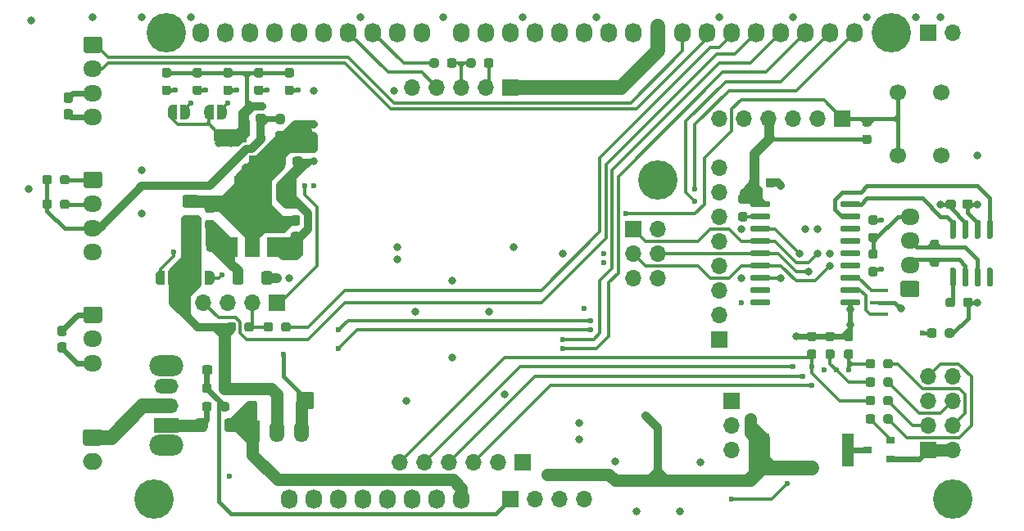
<source format=gbr>
G04 #@! TF.GenerationSoftware,KiCad,Pcbnew,(5.1.9)-1*
G04 #@! TF.CreationDate,2021-11-13T13:02:01+09:00*
G04 #@! TF.ProjectId,MainBoard2022_mega,4d61696e-426f-4617-9264-323032325f6d,rev?*
G04 #@! TF.SameCoordinates,Original*
G04 #@! TF.FileFunction,Copper,L4,Bot*
G04 #@! TF.FilePolarity,Positive*
%FSLAX46Y46*%
G04 Gerber Fmt 4.6, Leading zero omitted, Abs format (unit mm)*
G04 Created by KiCad (PCBNEW (5.1.9)-1) date 2021-11-13 13:02:01*
%MOMM*%
%LPD*%
G01*
G04 APERTURE LIST*
G04 #@! TA.AperFunction,SMDPad,CuDef*
%ADD10R,1.900000X0.400000*%
G04 #@! TD*
G04 #@! TA.AperFunction,ComponentPad*
%ADD11R,1.700000X1.700000*%
G04 #@! TD*
G04 #@! TA.AperFunction,ComponentPad*
%ADD12O,1.700000X1.700000*%
G04 #@! TD*
G04 #@! TA.AperFunction,ComponentPad*
%ADD13C,1.700000*%
G04 #@! TD*
G04 #@! TA.AperFunction,ComponentPad*
%ADD14O,1.950000X1.700000*%
G04 #@! TD*
G04 #@! TA.AperFunction,ComponentPad*
%ADD15R,1.500000X2.300000*%
G04 #@! TD*
G04 #@! TA.AperFunction,ComponentPad*
%ADD16O,1.500000X2.300000*%
G04 #@! TD*
G04 #@! TA.AperFunction,SMDPad,CuDef*
%ADD17R,0.900000X0.800000*%
G04 #@! TD*
G04 #@! TA.AperFunction,SMDPad,CuDef*
%ADD18R,0.700000X1.000000*%
G04 #@! TD*
G04 #@! TA.AperFunction,SMDPad,CuDef*
%ADD19R,3.800000X2.000000*%
G04 #@! TD*
G04 #@! TA.AperFunction,SMDPad,CuDef*
%ADD20R,1.500000X2.000000*%
G04 #@! TD*
G04 #@! TA.AperFunction,ComponentPad*
%ADD21R,2.500000X1.500000*%
G04 #@! TD*
G04 #@! TA.AperFunction,ComponentPad*
%ADD22O,2.500000X1.500000*%
G04 #@! TD*
G04 #@! TA.AperFunction,ComponentPad*
%ADD23O,3.500000X2.200000*%
G04 #@! TD*
G04 #@! TA.AperFunction,SMDPad,CuDef*
%ADD24R,1.300000X3.400000*%
G04 #@! TD*
G04 #@! TA.AperFunction,SMDPad,CuDef*
%ADD25C,0.100000*%
G04 #@! TD*
G04 #@! TA.AperFunction,ComponentPad*
%ADD26O,2.000000X1.700000*%
G04 #@! TD*
G04 #@! TA.AperFunction,ComponentPad*
%ADD27O,1.727200X2.032000*%
G04 #@! TD*
G04 #@! TA.AperFunction,ComponentPad*
%ADD28C,4.064000*%
G04 #@! TD*
G04 #@! TA.AperFunction,ViaPad*
%ADD29C,0.800000*%
G04 #@! TD*
G04 #@! TA.AperFunction,ViaPad*
%ADD30C,0.600000*%
G04 #@! TD*
G04 #@! TA.AperFunction,Conductor*
%ADD31C,0.406400*%
G04 #@! TD*
G04 #@! TA.AperFunction,Conductor*
%ADD32C,0.609600*%
G04 #@! TD*
G04 #@! TA.AperFunction,Conductor*
%ADD33C,1.270000*%
G04 #@! TD*
G04 #@! TA.AperFunction,Conductor*
%ADD34C,0.508000*%
G04 #@! TD*
G04 #@! TA.AperFunction,Conductor*
%ADD35C,0.812800*%
G04 #@! TD*
G04 #@! TA.AperFunction,Conductor*
%ADD36C,0.304800*%
G04 #@! TD*
G04 #@! TA.AperFunction,Conductor*
%ADD37C,1.524000*%
G04 #@! TD*
G04 #@! TA.AperFunction,Conductor*
%ADD38C,1.016000*%
G04 #@! TD*
G04 APERTURE END LIST*
D10*
X192278000Y-100006000D03*
X192278000Y-98806000D03*
X192278000Y-97606000D03*
G04 #@! TA.AperFunction,SMDPad,CuDef*
G36*
G01*
X148593000Y-73803500D02*
X148593000Y-74278500D01*
G75*
G02*
X148355500Y-74516000I-237500J0D01*
G01*
X147855500Y-74516000D01*
G75*
G02*
X147618000Y-74278500I0J237500D01*
G01*
X147618000Y-73803500D01*
G75*
G02*
X147855500Y-73566000I237500J0D01*
G01*
X148355500Y-73566000D01*
G75*
G02*
X148593000Y-73803500I0J-237500D01*
G01*
G37*
G04 #@! TD.AperFunction*
G04 #@! TA.AperFunction,SMDPad,CuDef*
G36*
G01*
X146768000Y-73803500D02*
X146768000Y-74278500D01*
G75*
G02*
X146530500Y-74516000I-237500J0D01*
G01*
X146030500Y-74516000D01*
G75*
G02*
X145793000Y-74278500I0J237500D01*
G01*
X145793000Y-73803500D01*
G75*
G02*
X146030500Y-73566000I237500J0D01*
G01*
X146530500Y-73566000D01*
G75*
G02*
X146768000Y-73803500I0J-237500D01*
G01*
G37*
G04 #@! TD.AperFunction*
D11*
X166878000Y-91186000D03*
D12*
X169418000Y-91186000D03*
X166878000Y-93726000D03*
X169418000Y-93726000D03*
X166878000Y-96266000D03*
X169418000Y-96266000D03*
D13*
X198683000Y-77066000D03*
X198683000Y-83566000D03*
X194183000Y-77066000D03*
X194183000Y-83566000D03*
G04 #@! TA.AperFunction,SMDPad,CuDef*
G36*
G01*
X198203000Y-101743500D02*
X198203000Y-102218500D01*
G75*
G02*
X197965500Y-102456000I-237500J0D01*
G01*
X197465500Y-102456000D01*
G75*
G02*
X197228000Y-102218500I0J237500D01*
G01*
X197228000Y-101743500D01*
G75*
G02*
X197465500Y-101506000I237500J0D01*
G01*
X197965500Y-101506000D01*
G75*
G02*
X198203000Y-101743500I0J-237500D01*
G01*
G37*
G04 #@! TD.AperFunction*
G04 #@! TA.AperFunction,SMDPad,CuDef*
G36*
G01*
X200028000Y-101743500D02*
X200028000Y-102218500D01*
G75*
G02*
X199790500Y-102456000I-237500J0D01*
G01*
X199290500Y-102456000D01*
G75*
G02*
X199053000Y-102218500I0J237500D01*
G01*
X199053000Y-101743500D01*
G75*
G02*
X199290500Y-101506000I237500J0D01*
G01*
X199790500Y-101506000D01*
G75*
G02*
X200028000Y-101743500I0J-237500D01*
G01*
G37*
G04 #@! TD.AperFunction*
D11*
X155448000Y-115316000D03*
D12*
X152908000Y-115316000D03*
X150368000Y-115316000D03*
X147828000Y-115316000D03*
X145288000Y-115316000D03*
X142748000Y-115316000D03*
G04 #@! TA.AperFunction,ComponentPad*
G36*
G01*
X196178000Y-98266000D02*
X194728000Y-98266000D01*
G75*
G02*
X194478000Y-98016000I0J250000D01*
G01*
X194478000Y-96816000D01*
G75*
G02*
X194728000Y-96566000I250000J0D01*
G01*
X196178000Y-96566000D01*
G75*
G02*
X196428000Y-96816000I0J-250000D01*
G01*
X196428000Y-98016000D01*
G75*
G02*
X196178000Y-98266000I-250000J0D01*
G01*
G37*
G04 #@! TD.AperFunction*
D14*
X195453000Y-94916000D03*
X195453000Y-92416000D03*
X195453000Y-89916000D03*
D15*
X127508000Y-112141000D03*
D16*
X130048000Y-112141000D03*
X132588000Y-112141000D03*
G04 #@! TA.AperFunction,SMDPad,CuDef*
G36*
G01*
X108220500Y-77086000D02*
X108695500Y-77086000D01*
G75*
G02*
X108933000Y-77323500I0J-237500D01*
G01*
X108933000Y-77923500D01*
G75*
G02*
X108695500Y-78161000I-237500J0D01*
G01*
X108220500Y-78161000D01*
G75*
G02*
X107983000Y-77923500I0J237500D01*
G01*
X107983000Y-77323500D01*
G75*
G02*
X108220500Y-77086000I237500J0D01*
G01*
G37*
G04 #@! TD.AperFunction*
G04 #@! TA.AperFunction,SMDPad,CuDef*
G36*
G01*
X108220500Y-78811000D02*
X108695500Y-78811000D01*
G75*
G02*
X108933000Y-79048500I0J-237500D01*
G01*
X108933000Y-79648500D01*
G75*
G02*
X108695500Y-79886000I-237500J0D01*
G01*
X108220500Y-79886000D01*
G75*
G02*
X107983000Y-79648500I0J237500D01*
G01*
X107983000Y-79048500D01*
G75*
G02*
X108220500Y-78811000I237500J0D01*
G01*
G37*
G04 #@! TD.AperFunction*
G04 #@! TA.AperFunction,SMDPad,CuDef*
G36*
G01*
X122298000Y-106028500D02*
X122298000Y-105553500D01*
G75*
G02*
X122535500Y-105316000I237500J0D01*
G01*
X123135500Y-105316000D01*
G75*
G02*
X123373000Y-105553500I0J-237500D01*
G01*
X123373000Y-106028500D01*
G75*
G02*
X123135500Y-106266000I-237500J0D01*
G01*
X122535500Y-106266000D01*
G75*
G02*
X122298000Y-106028500I0J237500D01*
G01*
G37*
G04 #@! TD.AperFunction*
G04 #@! TA.AperFunction,SMDPad,CuDef*
G36*
G01*
X124023000Y-106028500D02*
X124023000Y-105553500D01*
G75*
G02*
X124260500Y-105316000I237500J0D01*
G01*
X124860500Y-105316000D01*
G75*
G02*
X125098000Y-105553500I0J-237500D01*
G01*
X125098000Y-106028500D01*
G75*
G02*
X124860500Y-106266000I-237500J0D01*
G01*
X124260500Y-106266000D01*
G75*
G02*
X124023000Y-106028500I0J237500D01*
G01*
G37*
G04 #@! TD.AperFunction*
D11*
X197358000Y-70866000D03*
D12*
X199898000Y-70866000D03*
D11*
X197358000Y-114046000D03*
D12*
X199898000Y-114046000D03*
X197358000Y-111506000D03*
X199898000Y-111506000D03*
X197358000Y-108966000D03*
X199898000Y-108966000D03*
X197358000Y-106426000D03*
X199898000Y-106426000D03*
D11*
X154178000Y-119126000D03*
D12*
X156718000Y-119126000D03*
X159258000Y-119126000D03*
X161798000Y-119126000D03*
D17*
X193478000Y-113096000D03*
X193478000Y-114996000D03*
X191078000Y-114046000D03*
G04 #@! TA.AperFunction,SMDPad,CuDef*
G36*
G01*
X190333000Y-88496000D02*
X190333000Y-88796000D01*
G75*
G02*
X190183000Y-88946000I-150000J0D01*
G01*
X188433000Y-88946000D01*
G75*
G02*
X188283000Y-88796000I0J150000D01*
G01*
X188283000Y-88496000D01*
G75*
G02*
X188433000Y-88346000I150000J0D01*
G01*
X190183000Y-88346000D01*
G75*
G02*
X190333000Y-88496000I0J-150000D01*
G01*
G37*
G04 #@! TD.AperFunction*
G04 #@! TA.AperFunction,SMDPad,CuDef*
G36*
G01*
X190333000Y-89766000D02*
X190333000Y-90066000D01*
G75*
G02*
X190183000Y-90216000I-150000J0D01*
G01*
X188433000Y-90216000D01*
G75*
G02*
X188283000Y-90066000I0J150000D01*
G01*
X188283000Y-89766000D01*
G75*
G02*
X188433000Y-89616000I150000J0D01*
G01*
X190183000Y-89616000D01*
G75*
G02*
X190333000Y-89766000I0J-150000D01*
G01*
G37*
G04 #@! TD.AperFunction*
G04 #@! TA.AperFunction,SMDPad,CuDef*
G36*
G01*
X190333000Y-91036000D02*
X190333000Y-91336000D01*
G75*
G02*
X190183000Y-91486000I-150000J0D01*
G01*
X188433000Y-91486000D01*
G75*
G02*
X188283000Y-91336000I0J150000D01*
G01*
X188283000Y-91036000D01*
G75*
G02*
X188433000Y-90886000I150000J0D01*
G01*
X190183000Y-90886000D01*
G75*
G02*
X190333000Y-91036000I0J-150000D01*
G01*
G37*
G04 #@! TD.AperFunction*
G04 #@! TA.AperFunction,SMDPad,CuDef*
G36*
G01*
X190333000Y-92306000D02*
X190333000Y-92606000D01*
G75*
G02*
X190183000Y-92756000I-150000J0D01*
G01*
X188433000Y-92756000D01*
G75*
G02*
X188283000Y-92606000I0J150000D01*
G01*
X188283000Y-92306000D01*
G75*
G02*
X188433000Y-92156000I150000J0D01*
G01*
X190183000Y-92156000D01*
G75*
G02*
X190333000Y-92306000I0J-150000D01*
G01*
G37*
G04 #@! TD.AperFunction*
G04 #@! TA.AperFunction,SMDPad,CuDef*
G36*
G01*
X190333000Y-93576000D02*
X190333000Y-93876000D01*
G75*
G02*
X190183000Y-94026000I-150000J0D01*
G01*
X188433000Y-94026000D01*
G75*
G02*
X188283000Y-93876000I0J150000D01*
G01*
X188283000Y-93576000D01*
G75*
G02*
X188433000Y-93426000I150000J0D01*
G01*
X190183000Y-93426000D01*
G75*
G02*
X190333000Y-93576000I0J-150000D01*
G01*
G37*
G04 #@! TD.AperFunction*
G04 #@! TA.AperFunction,SMDPad,CuDef*
G36*
G01*
X190333000Y-94846000D02*
X190333000Y-95146000D01*
G75*
G02*
X190183000Y-95296000I-150000J0D01*
G01*
X188433000Y-95296000D01*
G75*
G02*
X188283000Y-95146000I0J150000D01*
G01*
X188283000Y-94846000D01*
G75*
G02*
X188433000Y-94696000I150000J0D01*
G01*
X190183000Y-94696000D01*
G75*
G02*
X190333000Y-94846000I0J-150000D01*
G01*
G37*
G04 #@! TD.AperFunction*
G04 #@! TA.AperFunction,SMDPad,CuDef*
G36*
G01*
X190333000Y-96116000D02*
X190333000Y-96416000D01*
G75*
G02*
X190183000Y-96566000I-150000J0D01*
G01*
X188433000Y-96566000D01*
G75*
G02*
X188283000Y-96416000I0J150000D01*
G01*
X188283000Y-96116000D01*
G75*
G02*
X188433000Y-95966000I150000J0D01*
G01*
X190183000Y-95966000D01*
G75*
G02*
X190333000Y-96116000I0J-150000D01*
G01*
G37*
G04 #@! TD.AperFunction*
G04 #@! TA.AperFunction,SMDPad,CuDef*
G36*
G01*
X190333000Y-97386000D02*
X190333000Y-97686000D01*
G75*
G02*
X190183000Y-97836000I-150000J0D01*
G01*
X188433000Y-97836000D01*
G75*
G02*
X188283000Y-97686000I0J150000D01*
G01*
X188283000Y-97386000D01*
G75*
G02*
X188433000Y-97236000I150000J0D01*
G01*
X190183000Y-97236000D01*
G75*
G02*
X190333000Y-97386000I0J-150000D01*
G01*
G37*
G04 #@! TD.AperFunction*
G04 #@! TA.AperFunction,SMDPad,CuDef*
G36*
G01*
X190333000Y-98656000D02*
X190333000Y-98956000D01*
G75*
G02*
X190183000Y-99106000I-150000J0D01*
G01*
X188433000Y-99106000D01*
G75*
G02*
X188283000Y-98956000I0J150000D01*
G01*
X188283000Y-98656000D01*
G75*
G02*
X188433000Y-98506000I150000J0D01*
G01*
X190183000Y-98506000D01*
G75*
G02*
X190333000Y-98656000I0J-150000D01*
G01*
G37*
G04 #@! TD.AperFunction*
G04 #@! TA.AperFunction,SMDPad,CuDef*
G36*
G01*
X181033000Y-98656000D02*
X181033000Y-98956000D01*
G75*
G02*
X180883000Y-99106000I-150000J0D01*
G01*
X179133000Y-99106000D01*
G75*
G02*
X178983000Y-98956000I0J150000D01*
G01*
X178983000Y-98656000D01*
G75*
G02*
X179133000Y-98506000I150000J0D01*
G01*
X180883000Y-98506000D01*
G75*
G02*
X181033000Y-98656000I0J-150000D01*
G01*
G37*
G04 #@! TD.AperFunction*
G04 #@! TA.AperFunction,SMDPad,CuDef*
G36*
G01*
X181033000Y-97386000D02*
X181033000Y-97686000D01*
G75*
G02*
X180883000Y-97836000I-150000J0D01*
G01*
X179133000Y-97836000D01*
G75*
G02*
X178983000Y-97686000I0J150000D01*
G01*
X178983000Y-97386000D01*
G75*
G02*
X179133000Y-97236000I150000J0D01*
G01*
X180883000Y-97236000D01*
G75*
G02*
X181033000Y-97386000I0J-150000D01*
G01*
G37*
G04 #@! TD.AperFunction*
G04 #@! TA.AperFunction,SMDPad,CuDef*
G36*
G01*
X181033000Y-96116000D02*
X181033000Y-96416000D01*
G75*
G02*
X180883000Y-96566000I-150000J0D01*
G01*
X179133000Y-96566000D01*
G75*
G02*
X178983000Y-96416000I0J150000D01*
G01*
X178983000Y-96116000D01*
G75*
G02*
X179133000Y-95966000I150000J0D01*
G01*
X180883000Y-95966000D01*
G75*
G02*
X181033000Y-96116000I0J-150000D01*
G01*
G37*
G04 #@! TD.AperFunction*
G04 #@! TA.AperFunction,SMDPad,CuDef*
G36*
G01*
X181033000Y-94846000D02*
X181033000Y-95146000D01*
G75*
G02*
X180883000Y-95296000I-150000J0D01*
G01*
X179133000Y-95296000D01*
G75*
G02*
X178983000Y-95146000I0J150000D01*
G01*
X178983000Y-94846000D01*
G75*
G02*
X179133000Y-94696000I150000J0D01*
G01*
X180883000Y-94696000D01*
G75*
G02*
X181033000Y-94846000I0J-150000D01*
G01*
G37*
G04 #@! TD.AperFunction*
G04 #@! TA.AperFunction,SMDPad,CuDef*
G36*
G01*
X181033000Y-93576000D02*
X181033000Y-93876000D01*
G75*
G02*
X180883000Y-94026000I-150000J0D01*
G01*
X179133000Y-94026000D01*
G75*
G02*
X178983000Y-93876000I0J150000D01*
G01*
X178983000Y-93576000D01*
G75*
G02*
X179133000Y-93426000I150000J0D01*
G01*
X180883000Y-93426000D01*
G75*
G02*
X181033000Y-93576000I0J-150000D01*
G01*
G37*
G04 #@! TD.AperFunction*
G04 #@! TA.AperFunction,SMDPad,CuDef*
G36*
G01*
X181033000Y-92306000D02*
X181033000Y-92606000D01*
G75*
G02*
X180883000Y-92756000I-150000J0D01*
G01*
X179133000Y-92756000D01*
G75*
G02*
X178983000Y-92606000I0J150000D01*
G01*
X178983000Y-92306000D01*
G75*
G02*
X179133000Y-92156000I150000J0D01*
G01*
X180883000Y-92156000D01*
G75*
G02*
X181033000Y-92306000I0J-150000D01*
G01*
G37*
G04 #@! TD.AperFunction*
G04 #@! TA.AperFunction,SMDPad,CuDef*
G36*
G01*
X181033000Y-91036000D02*
X181033000Y-91336000D01*
G75*
G02*
X180883000Y-91486000I-150000J0D01*
G01*
X179133000Y-91486000D01*
G75*
G02*
X178983000Y-91336000I0J150000D01*
G01*
X178983000Y-91036000D01*
G75*
G02*
X179133000Y-90886000I150000J0D01*
G01*
X180883000Y-90886000D01*
G75*
G02*
X181033000Y-91036000I0J-150000D01*
G01*
G37*
G04 #@! TD.AperFunction*
G04 #@! TA.AperFunction,SMDPad,CuDef*
G36*
G01*
X181033000Y-89766000D02*
X181033000Y-90066000D01*
G75*
G02*
X180883000Y-90216000I-150000J0D01*
G01*
X179133000Y-90216000D01*
G75*
G02*
X178983000Y-90066000I0J150000D01*
G01*
X178983000Y-89766000D01*
G75*
G02*
X179133000Y-89616000I150000J0D01*
G01*
X180883000Y-89616000D01*
G75*
G02*
X181033000Y-89766000I0J-150000D01*
G01*
G37*
G04 #@! TD.AperFunction*
G04 #@! TA.AperFunction,SMDPad,CuDef*
G36*
G01*
X181033000Y-88496000D02*
X181033000Y-88796000D01*
G75*
G02*
X180883000Y-88946000I-150000J0D01*
G01*
X179133000Y-88946000D01*
G75*
G02*
X178983000Y-88796000I0J150000D01*
G01*
X178983000Y-88496000D01*
G75*
G02*
X179133000Y-88346000I150000J0D01*
G01*
X180883000Y-88346000D01*
G75*
G02*
X181033000Y-88496000I0J-150000D01*
G01*
G37*
G04 #@! TD.AperFunction*
D18*
X126558000Y-81731000D03*
X128458000Y-81731000D03*
X127508000Y-84131000D03*
D19*
X127508000Y-86766000D03*
D20*
X127508000Y-93066000D03*
X125208000Y-93066000D03*
X129808000Y-93066000D03*
G04 #@! TA.AperFunction,SMDPad,CuDef*
G36*
G01*
X199748000Y-90276000D02*
X200048000Y-90276000D01*
G75*
G02*
X200198000Y-90426000I0J-150000D01*
G01*
X200198000Y-92076000D01*
G75*
G02*
X200048000Y-92226000I-150000J0D01*
G01*
X199748000Y-92226000D01*
G75*
G02*
X199598000Y-92076000I0J150000D01*
G01*
X199598000Y-90426000D01*
G75*
G02*
X199748000Y-90276000I150000J0D01*
G01*
G37*
G04 #@! TD.AperFunction*
G04 #@! TA.AperFunction,SMDPad,CuDef*
G36*
G01*
X201018000Y-90276000D02*
X201318000Y-90276000D01*
G75*
G02*
X201468000Y-90426000I0J-150000D01*
G01*
X201468000Y-92076000D01*
G75*
G02*
X201318000Y-92226000I-150000J0D01*
G01*
X201018000Y-92226000D01*
G75*
G02*
X200868000Y-92076000I0J150000D01*
G01*
X200868000Y-90426000D01*
G75*
G02*
X201018000Y-90276000I150000J0D01*
G01*
G37*
G04 #@! TD.AperFunction*
G04 #@! TA.AperFunction,SMDPad,CuDef*
G36*
G01*
X202288000Y-90276000D02*
X202588000Y-90276000D01*
G75*
G02*
X202738000Y-90426000I0J-150000D01*
G01*
X202738000Y-92076000D01*
G75*
G02*
X202588000Y-92226000I-150000J0D01*
G01*
X202288000Y-92226000D01*
G75*
G02*
X202138000Y-92076000I0J150000D01*
G01*
X202138000Y-90426000D01*
G75*
G02*
X202288000Y-90276000I150000J0D01*
G01*
G37*
G04 #@! TD.AperFunction*
G04 #@! TA.AperFunction,SMDPad,CuDef*
G36*
G01*
X203558000Y-90276000D02*
X203858000Y-90276000D01*
G75*
G02*
X204008000Y-90426000I0J-150000D01*
G01*
X204008000Y-92076000D01*
G75*
G02*
X203858000Y-92226000I-150000J0D01*
G01*
X203558000Y-92226000D01*
G75*
G02*
X203408000Y-92076000I0J150000D01*
G01*
X203408000Y-90426000D01*
G75*
G02*
X203558000Y-90276000I150000J0D01*
G01*
G37*
G04 #@! TD.AperFunction*
G04 #@! TA.AperFunction,SMDPad,CuDef*
G36*
G01*
X203558000Y-95226000D02*
X203858000Y-95226000D01*
G75*
G02*
X204008000Y-95376000I0J-150000D01*
G01*
X204008000Y-97026000D01*
G75*
G02*
X203858000Y-97176000I-150000J0D01*
G01*
X203558000Y-97176000D01*
G75*
G02*
X203408000Y-97026000I0J150000D01*
G01*
X203408000Y-95376000D01*
G75*
G02*
X203558000Y-95226000I150000J0D01*
G01*
G37*
G04 #@! TD.AperFunction*
G04 #@! TA.AperFunction,SMDPad,CuDef*
G36*
G01*
X202288000Y-95226000D02*
X202588000Y-95226000D01*
G75*
G02*
X202738000Y-95376000I0J-150000D01*
G01*
X202738000Y-97026000D01*
G75*
G02*
X202588000Y-97176000I-150000J0D01*
G01*
X202288000Y-97176000D01*
G75*
G02*
X202138000Y-97026000I0J150000D01*
G01*
X202138000Y-95376000D01*
G75*
G02*
X202288000Y-95226000I150000J0D01*
G01*
G37*
G04 #@! TD.AperFunction*
G04 #@! TA.AperFunction,SMDPad,CuDef*
G36*
G01*
X201018000Y-95226000D02*
X201318000Y-95226000D01*
G75*
G02*
X201468000Y-95376000I0J-150000D01*
G01*
X201468000Y-97026000D01*
G75*
G02*
X201318000Y-97176000I-150000J0D01*
G01*
X201018000Y-97176000D01*
G75*
G02*
X200868000Y-97026000I0J150000D01*
G01*
X200868000Y-95376000D01*
G75*
G02*
X201018000Y-95226000I150000J0D01*
G01*
G37*
G04 #@! TD.AperFunction*
G04 #@! TA.AperFunction,SMDPad,CuDef*
G36*
G01*
X199748000Y-95226000D02*
X200048000Y-95226000D01*
G75*
G02*
X200198000Y-95376000I0J-150000D01*
G01*
X200198000Y-97026000D01*
G75*
G02*
X200048000Y-97176000I-150000J0D01*
G01*
X199748000Y-97176000D01*
G75*
G02*
X199598000Y-97026000I0J150000D01*
G01*
X199598000Y-95376000D01*
G75*
G02*
X199748000Y-95226000I150000J0D01*
G01*
G37*
G04 #@! TD.AperFunction*
D11*
X177038000Y-108966000D03*
D12*
X177038000Y-111506000D03*
X177038000Y-114046000D03*
D21*
X118618000Y-111506000D03*
D22*
X118618000Y-109506000D03*
X118618000Y-107506000D03*
D23*
X118618000Y-113606000D03*
X118618000Y-105406000D03*
G04 #@! TA.AperFunction,SMDPad,CuDef*
G36*
G01*
X121555500Y-74546000D02*
X122030500Y-74546000D01*
G75*
G02*
X122268000Y-74783500I0J-237500D01*
G01*
X122268000Y-75283500D01*
G75*
G02*
X122030500Y-75521000I-237500J0D01*
G01*
X121555500Y-75521000D01*
G75*
G02*
X121318000Y-75283500I0J237500D01*
G01*
X121318000Y-74783500D01*
G75*
G02*
X121555500Y-74546000I237500J0D01*
G01*
G37*
G04 #@! TD.AperFunction*
G04 #@! TA.AperFunction,SMDPad,CuDef*
G36*
G01*
X121555500Y-76371000D02*
X122030500Y-76371000D01*
G75*
G02*
X122268000Y-76608500I0J-237500D01*
G01*
X122268000Y-77108500D01*
G75*
G02*
X122030500Y-77346000I-237500J0D01*
G01*
X121555500Y-77346000D01*
G75*
G02*
X121318000Y-77108500I0J237500D01*
G01*
X121318000Y-76608500D01*
G75*
G02*
X121555500Y-76371000I237500J0D01*
G01*
G37*
G04 #@! TD.AperFunction*
G04 #@! TA.AperFunction,SMDPad,CuDef*
G36*
G01*
X124730500Y-74546000D02*
X125205500Y-74546000D01*
G75*
G02*
X125443000Y-74783500I0J-237500D01*
G01*
X125443000Y-75283500D01*
G75*
G02*
X125205500Y-75521000I-237500J0D01*
G01*
X124730500Y-75521000D01*
G75*
G02*
X124493000Y-75283500I0J237500D01*
G01*
X124493000Y-74783500D01*
G75*
G02*
X124730500Y-74546000I237500J0D01*
G01*
G37*
G04 #@! TD.AperFunction*
G04 #@! TA.AperFunction,SMDPad,CuDef*
G36*
G01*
X124730500Y-76371000D02*
X125205500Y-76371000D01*
G75*
G02*
X125443000Y-76608500I0J-237500D01*
G01*
X125443000Y-77108500D01*
G75*
G02*
X125205500Y-77346000I-237500J0D01*
G01*
X124730500Y-77346000D01*
G75*
G02*
X124493000Y-77108500I0J237500D01*
G01*
X124493000Y-76608500D01*
G75*
G02*
X124730500Y-76371000I237500J0D01*
G01*
G37*
G04 #@! TD.AperFunction*
G04 #@! TA.AperFunction,SMDPad,CuDef*
G36*
G01*
X127905500Y-74546000D02*
X128380500Y-74546000D01*
G75*
G02*
X128618000Y-74783500I0J-237500D01*
G01*
X128618000Y-75283500D01*
G75*
G02*
X128380500Y-75521000I-237500J0D01*
G01*
X127905500Y-75521000D01*
G75*
G02*
X127668000Y-75283500I0J237500D01*
G01*
X127668000Y-74783500D01*
G75*
G02*
X127905500Y-74546000I237500J0D01*
G01*
G37*
G04 #@! TD.AperFunction*
G04 #@! TA.AperFunction,SMDPad,CuDef*
G36*
G01*
X127905500Y-76371000D02*
X128380500Y-76371000D01*
G75*
G02*
X128618000Y-76608500I0J-237500D01*
G01*
X128618000Y-77108500D01*
G75*
G02*
X128380500Y-77346000I-237500J0D01*
G01*
X127905500Y-77346000D01*
G75*
G02*
X127668000Y-77108500I0J237500D01*
G01*
X127668000Y-76608500D01*
G75*
G02*
X127905500Y-76371000I237500J0D01*
G01*
G37*
G04 #@! TD.AperFunction*
G04 #@! TA.AperFunction,SMDPad,CuDef*
G36*
G01*
X131080500Y-74546000D02*
X131555500Y-74546000D01*
G75*
G02*
X131793000Y-74783500I0J-237500D01*
G01*
X131793000Y-75283500D01*
G75*
G02*
X131555500Y-75521000I-237500J0D01*
G01*
X131080500Y-75521000D01*
G75*
G02*
X130843000Y-75283500I0J237500D01*
G01*
X130843000Y-74783500D01*
G75*
G02*
X131080500Y-74546000I237500J0D01*
G01*
G37*
G04 #@! TD.AperFunction*
G04 #@! TA.AperFunction,SMDPad,CuDef*
G36*
G01*
X131080500Y-76371000D02*
X131555500Y-76371000D01*
G75*
G02*
X131793000Y-76608500I0J-237500D01*
G01*
X131793000Y-77108500D01*
G75*
G02*
X131555500Y-77346000I-237500J0D01*
G01*
X131080500Y-77346000D01*
G75*
G02*
X130843000Y-77108500I0J237500D01*
G01*
X130843000Y-76608500D01*
G75*
G02*
X131080500Y-76371000I237500J0D01*
G01*
G37*
G04 #@! TD.AperFunction*
G04 #@! TA.AperFunction,SMDPad,CuDef*
G36*
G01*
X118380500Y-74546000D02*
X118855500Y-74546000D01*
G75*
G02*
X119093000Y-74783500I0J-237500D01*
G01*
X119093000Y-75283500D01*
G75*
G02*
X118855500Y-75521000I-237500J0D01*
G01*
X118380500Y-75521000D01*
G75*
G02*
X118143000Y-75283500I0J237500D01*
G01*
X118143000Y-74783500D01*
G75*
G02*
X118380500Y-74546000I237500J0D01*
G01*
G37*
G04 #@! TD.AperFunction*
G04 #@! TA.AperFunction,SMDPad,CuDef*
G36*
G01*
X118380500Y-76371000D02*
X118855500Y-76371000D01*
G75*
G02*
X119093000Y-76608500I0J-237500D01*
G01*
X119093000Y-77108500D01*
G75*
G02*
X118855500Y-77346000I-237500J0D01*
G01*
X118380500Y-77346000D01*
G75*
G02*
X118143000Y-77108500I0J237500D01*
G01*
X118143000Y-76608500D01*
G75*
G02*
X118380500Y-76371000I237500J0D01*
G01*
G37*
G04 #@! TD.AperFunction*
G04 #@! TA.AperFunction,SMDPad,CuDef*
G36*
G01*
X190878000Y-111108500D02*
X190878000Y-110633500D01*
G75*
G02*
X191115500Y-110396000I237500J0D01*
G01*
X191615500Y-110396000D01*
G75*
G02*
X191853000Y-110633500I0J-237500D01*
G01*
X191853000Y-111108500D01*
G75*
G02*
X191615500Y-111346000I-237500J0D01*
G01*
X191115500Y-111346000D01*
G75*
G02*
X190878000Y-111108500I0J237500D01*
G01*
G37*
G04 #@! TD.AperFunction*
G04 #@! TA.AperFunction,SMDPad,CuDef*
G36*
G01*
X192703000Y-111108500D02*
X192703000Y-110633500D01*
G75*
G02*
X192940500Y-110396000I237500J0D01*
G01*
X193440500Y-110396000D01*
G75*
G02*
X193678000Y-110633500I0J-237500D01*
G01*
X193678000Y-111108500D01*
G75*
G02*
X193440500Y-111346000I-237500J0D01*
G01*
X192940500Y-111346000D01*
G75*
G02*
X192703000Y-111108500I0J237500D01*
G01*
G37*
G04 #@! TD.AperFunction*
G04 #@! TA.AperFunction,SMDPad,CuDef*
G36*
G01*
X191245500Y-82426000D02*
X190770500Y-82426000D01*
G75*
G02*
X190533000Y-82188500I0J237500D01*
G01*
X190533000Y-81688500D01*
G75*
G02*
X190770500Y-81451000I237500J0D01*
G01*
X191245500Y-81451000D01*
G75*
G02*
X191483000Y-81688500I0J-237500D01*
G01*
X191483000Y-82188500D01*
G75*
G02*
X191245500Y-82426000I-237500J0D01*
G01*
G37*
G04 #@! TD.AperFunction*
G04 #@! TA.AperFunction,SMDPad,CuDef*
G36*
G01*
X191245500Y-80601000D02*
X190770500Y-80601000D01*
G75*
G02*
X190533000Y-80363500I0J237500D01*
G01*
X190533000Y-79863500D01*
G75*
G02*
X190770500Y-79626000I237500J0D01*
G01*
X191245500Y-79626000D01*
G75*
G02*
X191483000Y-79863500I0J-237500D01*
G01*
X191483000Y-80363500D01*
G75*
G02*
X191245500Y-80601000I-237500J0D01*
G01*
G37*
G04 #@! TD.AperFunction*
G04 #@! TA.AperFunction,SMDPad,CuDef*
G36*
G01*
X191880500Y-92586000D02*
X191405500Y-92586000D01*
G75*
G02*
X191168000Y-92348500I0J237500D01*
G01*
X191168000Y-91848500D01*
G75*
G02*
X191405500Y-91611000I237500J0D01*
G01*
X191880500Y-91611000D01*
G75*
G02*
X192118000Y-91848500I0J-237500D01*
G01*
X192118000Y-92348500D01*
G75*
G02*
X191880500Y-92586000I-237500J0D01*
G01*
G37*
G04 #@! TD.AperFunction*
G04 #@! TA.AperFunction,SMDPad,CuDef*
G36*
G01*
X191880500Y-90761000D02*
X191405500Y-90761000D01*
G75*
G02*
X191168000Y-90523500I0J237500D01*
G01*
X191168000Y-90023500D01*
G75*
G02*
X191405500Y-89786000I237500J0D01*
G01*
X191880500Y-89786000D01*
G75*
G02*
X192118000Y-90023500I0J-237500D01*
G01*
X192118000Y-90523500D01*
G75*
G02*
X191880500Y-90761000I-237500J0D01*
G01*
G37*
G04 #@! TD.AperFunction*
G04 #@! TA.AperFunction,SMDPad,CuDef*
G36*
G01*
X189340500Y-104651000D02*
X188865500Y-104651000D01*
G75*
G02*
X188628000Y-104413500I0J237500D01*
G01*
X188628000Y-103913500D01*
G75*
G02*
X188865500Y-103676000I237500J0D01*
G01*
X189340500Y-103676000D01*
G75*
G02*
X189578000Y-103913500I0J-237500D01*
G01*
X189578000Y-104413500D01*
G75*
G02*
X189340500Y-104651000I-237500J0D01*
G01*
G37*
G04 #@! TD.AperFunction*
G04 #@! TA.AperFunction,SMDPad,CuDef*
G36*
G01*
X189340500Y-102826000D02*
X188865500Y-102826000D01*
G75*
G02*
X188628000Y-102588500I0J237500D01*
G01*
X188628000Y-102088500D01*
G75*
G02*
X188865500Y-101851000I237500J0D01*
G01*
X189340500Y-101851000D01*
G75*
G02*
X189578000Y-102088500I0J-237500D01*
G01*
X189578000Y-102588500D01*
G75*
G02*
X189340500Y-102826000I-237500J0D01*
G01*
G37*
G04 #@! TD.AperFunction*
G04 #@! TA.AperFunction,SMDPad,CuDef*
G36*
G01*
X187435500Y-104651000D02*
X186960500Y-104651000D01*
G75*
G02*
X186723000Y-104413500I0J237500D01*
G01*
X186723000Y-103913500D01*
G75*
G02*
X186960500Y-103676000I237500J0D01*
G01*
X187435500Y-103676000D01*
G75*
G02*
X187673000Y-103913500I0J-237500D01*
G01*
X187673000Y-104413500D01*
G75*
G02*
X187435500Y-104651000I-237500J0D01*
G01*
G37*
G04 #@! TD.AperFunction*
G04 #@! TA.AperFunction,SMDPad,CuDef*
G36*
G01*
X187435500Y-102826000D02*
X186960500Y-102826000D01*
G75*
G02*
X186723000Y-102588500I0J237500D01*
G01*
X186723000Y-102088500D01*
G75*
G02*
X186960500Y-101851000I237500J0D01*
G01*
X187435500Y-101851000D01*
G75*
G02*
X187673000Y-102088500I0J-237500D01*
G01*
X187673000Y-102588500D01*
G75*
G02*
X187435500Y-102826000I-237500J0D01*
G01*
G37*
G04 #@! TD.AperFunction*
G04 #@! TA.AperFunction,SMDPad,CuDef*
G36*
G01*
X185530500Y-104651000D02*
X185055500Y-104651000D01*
G75*
G02*
X184818000Y-104413500I0J237500D01*
G01*
X184818000Y-103913500D01*
G75*
G02*
X185055500Y-103676000I237500J0D01*
G01*
X185530500Y-103676000D01*
G75*
G02*
X185768000Y-103913500I0J-237500D01*
G01*
X185768000Y-104413500D01*
G75*
G02*
X185530500Y-104651000I-237500J0D01*
G01*
G37*
G04 #@! TD.AperFunction*
G04 #@! TA.AperFunction,SMDPad,CuDef*
G36*
G01*
X185530500Y-102826000D02*
X185055500Y-102826000D01*
G75*
G02*
X184818000Y-102588500I0J237500D01*
G01*
X184818000Y-102088500D01*
G75*
G02*
X185055500Y-101851000I237500J0D01*
G01*
X185530500Y-101851000D01*
G75*
G02*
X185768000Y-102088500I0J-237500D01*
G01*
X185768000Y-102588500D01*
G75*
G02*
X185530500Y-102826000I-237500J0D01*
G01*
G37*
G04 #@! TD.AperFunction*
G04 #@! TA.AperFunction,SMDPad,CuDef*
G36*
G01*
X190878000Y-109203500D02*
X190878000Y-108728500D01*
G75*
G02*
X191115500Y-108491000I237500J0D01*
G01*
X191615500Y-108491000D01*
G75*
G02*
X191853000Y-108728500I0J-237500D01*
G01*
X191853000Y-109203500D01*
G75*
G02*
X191615500Y-109441000I-237500J0D01*
G01*
X191115500Y-109441000D01*
G75*
G02*
X190878000Y-109203500I0J237500D01*
G01*
G37*
G04 #@! TD.AperFunction*
G04 #@! TA.AperFunction,SMDPad,CuDef*
G36*
G01*
X192703000Y-109203500D02*
X192703000Y-108728500D01*
G75*
G02*
X192940500Y-108491000I237500J0D01*
G01*
X193440500Y-108491000D01*
G75*
G02*
X193678000Y-108728500I0J-237500D01*
G01*
X193678000Y-109203500D01*
G75*
G02*
X193440500Y-109441000I-237500J0D01*
G01*
X192940500Y-109441000D01*
G75*
G02*
X192703000Y-109203500I0J237500D01*
G01*
G37*
G04 #@! TD.AperFunction*
G04 #@! TA.AperFunction,SMDPad,CuDef*
G36*
G01*
X190878000Y-107298500D02*
X190878000Y-106823500D01*
G75*
G02*
X191115500Y-106586000I237500J0D01*
G01*
X191615500Y-106586000D01*
G75*
G02*
X191853000Y-106823500I0J-237500D01*
G01*
X191853000Y-107298500D01*
G75*
G02*
X191615500Y-107536000I-237500J0D01*
G01*
X191115500Y-107536000D01*
G75*
G02*
X190878000Y-107298500I0J237500D01*
G01*
G37*
G04 #@! TD.AperFunction*
G04 #@! TA.AperFunction,SMDPad,CuDef*
G36*
G01*
X192703000Y-107298500D02*
X192703000Y-106823500D01*
G75*
G02*
X192940500Y-106586000I237500J0D01*
G01*
X193440500Y-106586000D01*
G75*
G02*
X193678000Y-106823500I0J-237500D01*
G01*
X193678000Y-107298500D01*
G75*
G02*
X193440500Y-107536000I-237500J0D01*
G01*
X192940500Y-107536000D01*
G75*
G02*
X192703000Y-107298500I0J237500D01*
G01*
G37*
G04 #@! TD.AperFunction*
G04 #@! TA.AperFunction,SMDPad,CuDef*
G36*
G01*
X190878000Y-105393500D02*
X190878000Y-104918500D01*
G75*
G02*
X191115500Y-104681000I237500J0D01*
G01*
X191615500Y-104681000D01*
G75*
G02*
X191853000Y-104918500I0J-237500D01*
G01*
X191853000Y-105393500D01*
G75*
G02*
X191615500Y-105631000I-237500J0D01*
G01*
X191115500Y-105631000D01*
G75*
G02*
X190878000Y-105393500I0J237500D01*
G01*
G37*
G04 #@! TD.AperFunction*
G04 #@! TA.AperFunction,SMDPad,CuDef*
G36*
G01*
X192703000Y-105393500D02*
X192703000Y-104918500D01*
G75*
G02*
X192940500Y-104681000I237500J0D01*
G01*
X193440500Y-104681000D01*
G75*
G02*
X193678000Y-104918500I0J-237500D01*
G01*
X193678000Y-105393500D01*
G75*
G02*
X193440500Y-105631000I-237500J0D01*
G01*
X192940500Y-105631000D01*
G75*
G02*
X192703000Y-105393500I0J237500D01*
G01*
G37*
G04 #@! TD.AperFunction*
G04 #@! TA.AperFunction,SMDPad,CuDef*
G36*
G01*
X191405500Y-93318500D02*
X191880500Y-93318500D01*
G75*
G02*
X192118000Y-93556000I0J-237500D01*
G01*
X192118000Y-94056000D01*
G75*
G02*
X191880500Y-94293500I-237500J0D01*
G01*
X191405500Y-94293500D01*
G75*
G02*
X191168000Y-94056000I0J237500D01*
G01*
X191168000Y-93556000D01*
G75*
G02*
X191405500Y-93318500I237500J0D01*
G01*
G37*
G04 #@! TD.AperFunction*
G04 #@! TA.AperFunction,SMDPad,CuDef*
G36*
G01*
X191405500Y-95143500D02*
X191880500Y-95143500D01*
G75*
G02*
X192118000Y-95381000I0J-237500D01*
G01*
X192118000Y-95881000D01*
G75*
G02*
X191880500Y-96118500I-237500J0D01*
G01*
X191405500Y-96118500D01*
G75*
G02*
X191168000Y-95881000I0J237500D01*
G01*
X191168000Y-95381000D01*
G75*
G02*
X191405500Y-95143500I237500J0D01*
G01*
G37*
G04 #@! TD.AperFunction*
G04 #@! TA.AperFunction,SMDPad,CuDef*
G36*
G01*
X131448000Y-101108500D02*
X131448000Y-101583500D01*
G75*
G02*
X131210500Y-101821000I-237500J0D01*
G01*
X130710500Y-101821000D01*
G75*
G02*
X130473000Y-101583500I0J237500D01*
G01*
X130473000Y-101108500D01*
G75*
G02*
X130710500Y-100871000I237500J0D01*
G01*
X131210500Y-100871000D01*
G75*
G02*
X131448000Y-101108500I0J-237500D01*
G01*
G37*
G04 #@! TD.AperFunction*
G04 #@! TA.AperFunction,SMDPad,CuDef*
G36*
G01*
X129623000Y-101108500D02*
X129623000Y-101583500D01*
G75*
G02*
X129385500Y-101821000I-237500J0D01*
G01*
X128885500Y-101821000D01*
G75*
G02*
X128648000Y-101583500I0J237500D01*
G01*
X128648000Y-101108500D01*
G75*
G02*
X128885500Y-100871000I237500J0D01*
G01*
X129385500Y-100871000D01*
G75*
G02*
X129623000Y-101108500I0J-237500D01*
G01*
G37*
G04 #@! TD.AperFunction*
G04 #@! TA.AperFunction,SMDPad,CuDef*
G36*
G01*
X125813000Y-101108500D02*
X125813000Y-101583500D01*
G75*
G02*
X125575500Y-101821000I-237500J0D01*
G01*
X125075500Y-101821000D01*
G75*
G02*
X124838000Y-101583500I0J237500D01*
G01*
X124838000Y-101108500D01*
G75*
G02*
X125075500Y-100871000I237500J0D01*
G01*
X125575500Y-100871000D01*
G75*
G02*
X125813000Y-101108500I0J-237500D01*
G01*
G37*
G04 #@! TD.AperFunction*
G04 #@! TA.AperFunction,SMDPad,CuDef*
G36*
G01*
X127638000Y-101108500D02*
X127638000Y-101583500D01*
G75*
G02*
X127400500Y-101821000I-237500J0D01*
G01*
X126900500Y-101821000D01*
G75*
G02*
X126663000Y-101583500I0J237500D01*
G01*
X126663000Y-101108500D01*
G75*
G02*
X126900500Y-100871000I237500J0D01*
G01*
X127400500Y-100871000D01*
G75*
G02*
X127638000Y-101108500I0J-237500D01*
G01*
G37*
G04 #@! TD.AperFunction*
G04 #@! TA.AperFunction,SMDPad,CuDef*
G36*
G01*
X177943500Y-87627000D02*
X178418500Y-87627000D01*
G75*
G02*
X178656000Y-87864500I0J-237500D01*
G01*
X178656000Y-88364500D01*
G75*
G02*
X178418500Y-88602000I-237500J0D01*
G01*
X177943500Y-88602000D01*
G75*
G02*
X177706000Y-88364500I0J237500D01*
G01*
X177706000Y-87864500D01*
G75*
G02*
X177943500Y-87627000I237500J0D01*
G01*
G37*
G04 #@! TD.AperFunction*
G04 #@! TA.AperFunction,SMDPad,CuDef*
G36*
G01*
X177943500Y-89452000D02*
X178418500Y-89452000D01*
G75*
G02*
X178656000Y-89689500I0J-237500D01*
G01*
X178656000Y-90189500D01*
G75*
G02*
X178418500Y-90427000I-237500J0D01*
G01*
X177943500Y-90427000D01*
G75*
G02*
X177706000Y-90189500I0J237500D01*
G01*
X177706000Y-89689500D01*
G75*
G02*
X177943500Y-89452000I237500J0D01*
G01*
G37*
G04 #@! TD.AperFunction*
G04 #@! TA.AperFunction,SMDPad,CuDef*
G36*
G01*
X149603000Y-74278500D02*
X149603000Y-73803500D01*
G75*
G02*
X149840500Y-73566000I237500J0D01*
G01*
X150340500Y-73566000D01*
G75*
G02*
X150578000Y-73803500I0J-237500D01*
G01*
X150578000Y-74278500D01*
G75*
G02*
X150340500Y-74516000I-237500J0D01*
G01*
X149840500Y-74516000D01*
G75*
G02*
X149603000Y-74278500I0J237500D01*
G01*
G37*
G04 #@! TD.AperFunction*
G04 #@! TA.AperFunction,SMDPad,CuDef*
G36*
G01*
X151428000Y-74278500D02*
X151428000Y-73803500D01*
G75*
G02*
X151665500Y-73566000I237500J0D01*
G01*
X152165500Y-73566000D01*
G75*
G02*
X152403000Y-73803500I0J-237500D01*
G01*
X152403000Y-74278500D01*
G75*
G02*
X152165500Y-74516000I-237500J0D01*
G01*
X151665500Y-74516000D01*
G75*
G02*
X151428000Y-74278500I0J237500D01*
G01*
G37*
G04 #@! TD.AperFunction*
G04 #@! TA.AperFunction,SMDPad,CuDef*
G36*
G01*
X199133000Y-99043500D02*
X199133000Y-98568500D01*
G75*
G02*
X199370500Y-98331000I237500J0D01*
G01*
X199870500Y-98331000D01*
G75*
G02*
X200108000Y-98568500I0J-237500D01*
G01*
X200108000Y-99043500D01*
G75*
G02*
X199870500Y-99281000I-237500J0D01*
G01*
X199370500Y-99281000D01*
G75*
G02*
X199133000Y-99043500I0J237500D01*
G01*
G37*
G04 #@! TD.AperFunction*
G04 #@! TA.AperFunction,SMDPad,CuDef*
G36*
G01*
X200958000Y-99043500D02*
X200958000Y-98568500D01*
G75*
G02*
X201195500Y-98331000I237500J0D01*
G01*
X201695500Y-98331000D01*
G75*
G02*
X201933000Y-98568500I0J-237500D01*
G01*
X201933000Y-99043500D01*
G75*
G02*
X201695500Y-99281000I-237500J0D01*
G01*
X201195500Y-99281000D01*
G75*
G02*
X200958000Y-99043500I0J237500D01*
G01*
G37*
G04 #@! TD.AperFunction*
G04 #@! TA.AperFunction,SMDPad,CuDef*
G36*
G01*
X198230500Y-95126000D02*
X197755500Y-95126000D01*
G75*
G02*
X197518000Y-94888500I0J237500D01*
G01*
X197518000Y-94388500D01*
G75*
G02*
X197755500Y-94151000I237500J0D01*
G01*
X198230500Y-94151000D01*
G75*
G02*
X198468000Y-94388500I0J-237500D01*
G01*
X198468000Y-94888500D01*
G75*
G02*
X198230500Y-95126000I-237500J0D01*
G01*
G37*
G04 #@! TD.AperFunction*
G04 #@! TA.AperFunction,SMDPad,CuDef*
G36*
G01*
X198230500Y-93301000D02*
X197755500Y-93301000D01*
G75*
G02*
X197518000Y-93063500I0J237500D01*
G01*
X197518000Y-92563500D01*
G75*
G02*
X197755500Y-92326000I237500J0D01*
G01*
X198230500Y-92326000D01*
G75*
G02*
X198468000Y-92563500I0J-237500D01*
G01*
X198468000Y-93063500D01*
G75*
G02*
X198230500Y-93301000I-237500J0D01*
G01*
G37*
G04 #@! TD.AperFunction*
G04 #@! TA.AperFunction,SMDPad,CuDef*
G36*
G01*
X122298000Y-107933500D02*
X122298000Y-107458500D01*
G75*
G02*
X122535500Y-107221000I237500J0D01*
G01*
X123035500Y-107221000D01*
G75*
G02*
X123273000Y-107458500I0J-237500D01*
G01*
X123273000Y-107933500D01*
G75*
G02*
X123035500Y-108171000I-237500J0D01*
G01*
X122535500Y-108171000D01*
G75*
G02*
X122298000Y-107933500I0J237500D01*
G01*
G37*
G04 #@! TD.AperFunction*
G04 #@! TA.AperFunction,SMDPad,CuDef*
G36*
G01*
X124123000Y-107933500D02*
X124123000Y-107458500D01*
G75*
G02*
X124360500Y-107221000I237500J0D01*
G01*
X124860500Y-107221000D01*
G75*
G02*
X125098000Y-107458500I0J-237500D01*
G01*
X125098000Y-107933500D01*
G75*
G02*
X124860500Y-108171000I-237500J0D01*
G01*
X124360500Y-108171000D01*
G75*
G02*
X124123000Y-107933500I0J237500D01*
G01*
G37*
G04 #@! TD.AperFunction*
G04 #@! TA.AperFunction,SMDPad,CuDef*
G36*
G01*
X122298000Y-109838500D02*
X122298000Y-109363500D01*
G75*
G02*
X122535500Y-109126000I237500J0D01*
G01*
X123035500Y-109126000D01*
G75*
G02*
X123273000Y-109363500I0J-237500D01*
G01*
X123273000Y-109838500D01*
G75*
G02*
X123035500Y-110076000I-237500J0D01*
G01*
X122535500Y-110076000D01*
G75*
G02*
X122298000Y-109838500I0J237500D01*
G01*
G37*
G04 #@! TD.AperFunction*
G04 #@! TA.AperFunction,SMDPad,CuDef*
G36*
G01*
X124123000Y-109838500D02*
X124123000Y-109363500D01*
G75*
G02*
X124360500Y-109126000I237500J0D01*
G01*
X124860500Y-109126000D01*
G75*
G02*
X125098000Y-109363500I0J-237500D01*
G01*
X125098000Y-109838500D01*
G75*
G02*
X124860500Y-110076000I-237500J0D01*
G01*
X124360500Y-110076000D01*
G75*
G02*
X124123000Y-109838500I0J237500D01*
G01*
G37*
G04 #@! TD.AperFunction*
G04 #@! TA.AperFunction,SMDPad,CuDef*
G36*
G01*
X105788000Y-88883500D02*
X105788000Y-88408500D01*
G75*
G02*
X106025500Y-88171000I237500J0D01*
G01*
X106525500Y-88171000D01*
G75*
G02*
X106763000Y-88408500I0J-237500D01*
G01*
X106763000Y-88883500D01*
G75*
G02*
X106525500Y-89121000I-237500J0D01*
G01*
X106025500Y-89121000D01*
G75*
G02*
X105788000Y-88883500I0J237500D01*
G01*
G37*
G04 #@! TD.AperFunction*
G04 #@! TA.AperFunction,SMDPad,CuDef*
G36*
G01*
X107613000Y-88883500D02*
X107613000Y-88408500D01*
G75*
G02*
X107850500Y-88171000I237500J0D01*
G01*
X108350500Y-88171000D01*
G75*
G02*
X108588000Y-88408500I0J-237500D01*
G01*
X108588000Y-88883500D01*
G75*
G02*
X108350500Y-89121000I-237500J0D01*
G01*
X107850500Y-89121000D01*
G75*
G02*
X107613000Y-88883500I0J237500D01*
G01*
G37*
G04 #@! TD.AperFunction*
G04 #@! TA.AperFunction,SMDPad,CuDef*
G36*
G01*
X108588000Y-85868500D02*
X108588000Y-86343500D01*
G75*
G02*
X108350500Y-86581000I-237500J0D01*
G01*
X107850500Y-86581000D01*
G75*
G02*
X107613000Y-86343500I0J237500D01*
G01*
X107613000Y-85868500D01*
G75*
G02*
X107850500Y-85631000I237500J0D01*
G01*
X108350500Y-85631000D01*
G75*
G02*
X108588000Y-85868500I0J-237500D01*
G01*
G37*
G04 #@! TD.AperFunction*
G04 #@! TA.AperFunction,SMDPad,CuDef*
G36*
G01*
X106763000Y-85868500D02*
X106763000Y-86343500D01*
G75*
G02*
X106525500Y-86581000I-237500J0D01*
G01*
X106025500Y-86581000D01*
G75*
G02*
X105788000Y-86343500I0J237500D01*
G01*
X105788000Y-85868500D01*
G75*
G02*
X106025500Y-85631000I237500J0D01*
G01*
X106525500Y-85631000D01*
G75*
G02*
X106763000Y-85868500I0J-237500D01*
G01*
G37*
G04 #@! TD.AperFunction*
D24*
X180308000Y-114046000D03*
X189008000Y-114046000D03*
G04 #@! TA.AperFunction,SMDPad,CuDef*
D25*
G36*
X118768000Y-95516000D02*
G01*
X119268000Y-95516000D01*
X119268000Y-95516602D01*
X119292534Y-95516602D01*
X119341365Y-95521412D01*
X119389490Y-95530984D01*
X119436445Y-95545228D01*
X119481778Y-95564005D01*
X119525051Y-95587136D01*
X119565850Y-95614396D01*
X119603779Y-95645524D01*
X119638476Y-95680221D01*
X119669604Y-95718150D01*
X119696864Y-95758949D01*
X119719995Y-95802222D01*
X119738772Y-95847555D01*
X119753016Y-95894510D01*
X119762588Y-95942635D01*
X119767398Y-95991466D01*
X119767398Y-96016000D01*
X119768000Y-96016000D01*
X119768000Y-96516000D01*
X119767398Y-96516000D01*
X119767398Y-96540534D01*
X119762588Y-96589365D01*
X119753016Y-96637490D01*
X119738772Y-96684445D01*
X119719995Y-96729778D01*
X119696864Y-96773051D01*
X119669604Y-96813850D01*
X119638476Y-96851779D01*
X119603779Y-96886476D01*
X119565850Y-96917604D01*
X119525051Y-96944864D01*
X119481778Y-96967995D01*
X119436445Y-96986772D01*
X119389490Y-97001016D01*
X119341365Y-97010588D01*
X119292534Y-97015398D01*
X119268000Y-97015398D01*
X119268000Y-97016000D01*
X118768000Y-97016000D01*
X118768000Y-95516000D01*
G37*
G04 #@! TD.AperFunction*
G04 #@! TA.AperFunction,SMDPad,CuDef*
G36*
X117968000Y-97015398D02*
G01*
X117943466Y-97015398D01*
X117894635Y-97010588D01*
X117846510Y-97001016D01*
X117799555Y-96986772D01*
X117754222Y-96967995D01*
X117710949Y-96944864D01*
X117670150Y-96917604D01*
X117632221Y-96886476D01*
X117597524Y-96851779D01*
X117566396Y-96813850D01*
X117539136Y-96773051D01*
X117516005Y-96729778D01*
X117497228Y-96684445D01*
X117482984Y-96637490D01*
X117473412Y-96589365D01*
X117468602Y-96540534D01*
X117468602Y-96516000D01*
X117468000Y-96516000D01*
X117468000Y-96016000D01*
X117468602Y-96016000D01*
X117468602Y-95991466D01*
X117473412Y-95942635D01*
X117482984Y-95894510D01*
X117497228Y-95847555D01*
X117516005Y-95802222D01*
X117539136Y-95758949D01*
X117566396Y-95718150D01*
X117597524Y-95680221D01*
X117632221Y-95645524D01*
X117670150Y-95614396D01*
X117710949Y-95587136D01*
X117754222Y-95564005D01*
X117799555Y-95545228D01*
X117846510Y-95530984D01*
X117894635Y-95521412D01*
X117943466Y-95516602D01*
X117968000Y-95516602D01*
X117968000Y-95516000D01*
X118468000Y-95516000D01*
X118468000Y-97016000D01*
X117968000Y-97016000D01*
X117968000Y-97015398D01*
G37*
G04 #@! TD.AperFunction*
G04 #@! TA.AperFunction,SMDPad,CuDef*
G36*
X119738000Y-79871000D02*
G01*
X119238000Y-79871000D01*
X119238000Y-79870398D01*
X119213466Y-79870398D01*
X119164635Y-79865588D01*
X119116510Y-79856016D01*
X119069555Y-79841772D01*
X119024222Y-79822995D01*
X118980949Y-79799864D01*
X118940150Y-79772604D01*
X118902221Y-79741476D01*
X118867524Y-79706779D01*
X118836396Y-79668850D01*
X118809136Y-79628051D01*
X118786005Y-79584778D01*
X118767228Y-79539445D01*
X118752984Y-79492490D01*
X118743412Y-79444365D01*
X118738602Y-79395534D01*
X118738602Y-79371000D01*
X118738000Y-79371000D01*
X118738000Y-78871000D01*
X118738602Y-78871000D01*
X118738602Y-78846466D01*
X118743412Y-78797635D01*
X118752984Y-78749510D01*
X118767228Y-78702555D01*
X118786005Y-78657222D01*
X118809136Y-78613949D01*
X118836396Y-78573150D01*
X118867524Y-78535221D01*
X118902221Y-78500524D01*
X118940150Y-78469396D01*
X118980949Y-78442136D01*
X119024222Y-78419005D01*
X119069555Y-78400228D01*
X119116510Y-78385984D01*
X119164635Y-78376412D01*
X119213466Y-78371602D01*
X119238000Y-78371602D01*
X119238000Y-78371000D01*
X119738000Y-78371000D01*
X119738000Y-79871000D01*
G37*
G04 #@! TD.AperFunction*
G04 #@! TA.AperFunction,SMDPad,CuDef*
G36*
X120538000Y-78371602D02*
G01*
X120562534Y-78371602D01*
X120611365Y-78376412D01*
X120659490Y-78385984D01*
X120706445Y-78400228D01*
X120751778Y-78419005D01*
X120795051Y-78442136D01*
X120835850Y-78469396D01*
X120873779Y-78500524D01*
X120908476Y-78535221D01*
X120939604Y-78573150D01*
X120966864Y-78613949D01*
X120989995Y-78657222D01*
X121008772Y-78702555D01*
X121023016Y-78749510D01*
X121032588Y-78797635D01*
X121037398Y-78846466D01*
X121037398Y-78871000D01*
X121038000Y-78871000D01*
X121038000Y-79371000D01*
X121037398Y-79371000D01*
X121037398Y-79395534D01*
X121032588Y-79444365D01*
X121023016Y-79492490D01*
X121008772Y-79539445D01*
X120989995Y-79584778D01*
X120966864Y-79628051D01*
X120939604Y-79668850D01*
X120908476Y-79706779D01*
X120873779Y-79741476D01*
X120835850Y-79772604D01*
X120795051Y-79799864D01*
X120751778Y-79822995D01*
X120706445Y-79841772D01*
X120659490Y-79856016D01*
X120611365Y-79865588D01*
X120562534Y-79870398D01*
X120538000Y-79870398D01*
X120538000Y-79871000D01*
X120038000Y-79871000D01*
X120038000Y-78371000D01*
X120538000Y-78371000D01*
X120538000Y-78371602D01*
G37*
G04 #@! TD.AperFunction*
G04 #@! TA.AperFunction,SMDPad,CuDef*
G36*
X123533000Y-79871000D02*
G01*
X123033000Y-79871000D01*
X123033000Y-79870398D01*
X123008466Y-79870398D01*
X122959635Y-79865588D01*
X122911510Y-79856016D01*
X122864555Y-79841772D01*
X122819222Y-79822995D01*
X122775949Y-79799864D01*
X122735150Y-79772604D01*
X122697221Y-79741476D01*
X122662524Y-79706779D01*
X122631396Y-79668850D01*
X122604136Y-79628051D01*
X122581005Y-79584778D01*
X122562228Y-79539445D01*
X122547984Y-79492490D01*
X122538412Y-79444365D01*
X122533602Y-79395534D01*
X122533602Y-79371000D01*
X122533000Y-79371000D01*
X122533000Y-78871000D01*
X122533602Y-78871000D01*
X122533602Y-78846466D01*
X122538412Y-78797635D01*
X122547984Y-78749510D01*
X122562228Y-78702555D01*
X122581005Y-78657222D01*
X122604136Y-78613949D01*
X122631396Y-78573150D01*
X122662524Y-78535221D01*
X122697221Y-78500524D01*
X122735150Y-78469396D01*
X122775949Y-78442136D01*
X122819222Y-78419005D01*
X122864555Y-78400228D01*
X122911510Y-78385984D01*
X122959635Y-78376412D01*
X123008466Y-78371602D01*
X123033000Y-78371602D01*
X123033000Y-78371000D01*
X123533000Y-78371000D01*
X123533000Y-79871000D01*
G37*
G04 #@! TD.AperFunction*
G04 #@! TA.AperFunction,SMDPad,CuDef*
G36*
X124333000Y-78371602D02*
G01*
X124357534Y-78371602D01*
X124406365Y-78376412D01*
X124454490Y-78385984D01*
X124501445Y-78400228D01*
X124546778Y-78419005D01*
X124590051Y-78442136D01*
X124630850Y-78469396D01*
X124668779Y-78500524D01*
X124703476Y-78535221D01*
X124734604Y-78573150D01*
X124761864Y-78613949D01*
X124784995Y-78657222D01*
X124803772Y-78702555D01*
X124818016Y-78749510D01*
X124827588Y-78797635D01*
X124832398Y-78846466D01*
X124832398Y-78871000D01*
X124833000Y-78871000D01*
X124833000Y-79371000D01*
X124832398Y-79371000D01*
X124832398Y-79395534D01*
X124827588Y-79444365D01*
X124818016Y-79492490D01*
X124803772Y-79539445D01*
X124784995Y-79584778D01*
X124761864Y-79628051D01*
X124734604Y-79668850D01*
X124703476Y-79706779D01*
X124668779Y-79741476D01*
X124630850Y-79772604D01*
X124590051Y-79799864D01*
X124546778Y-79822995D01*
X124501445Y-79841772D01*
X124454490Y-79856016D01*
X124406365Y-79865588D01*
X124357534Y-79870398D01*
X124333000Y-79870398D01*
X124333000Y-79871000D01*
X123833000Y-79871000D01*
X123833000Y-78371000D01*
X124333000Y-78371000D01*
X124333000Y-78371602D01*
G37*
G04 #@! TD.AperFunction*
G04 #@! TA.AperFunction,SMDPad,CuDef*
G36*
X122278000Y-97016000D02*
G01*
X121778000Y-97016000D01*
X121778000Y-97015398D01*
X121753466Y-97015398D01*
X121704635Y-97010588D01*
X121656510Y-97001016D01*
X121609555Y-96986772D01*
X121564222Y-96967995D01*
X121520949Y-96944864D01*
X121480150Y-96917604D01*
X121442221Y-96886476D01*
X121407524Y-96851779D01*
X121376396Y-96813850D01*
X121349136Y-96773051D01*
X121326005Y-96729778D01*
X121307228Y-96684445D01*
X121292984Y-96637490D01*
X121283412Y-96589365D01*
X121278602Y-96540534D01*
X121278602Y-96516000D01*
X121278000Y-96516000D01*
X121278000Y-96016000D01*
X121278602Y-96016000D01*
X121278602Y-95991466D01*
X121283412Y-95942635D01*
X121292984Y-95894510D01*
X121307228Y-95847555D01*
X121326005Y-95802222D01*
X121349136Y-95758949D01*
X121376396Y-95718150D01*
X121407524Y-95680221D01*
X121442221Y-95645524D01*
X121480150Y-95614396D01*
X121520949Y-95587136D01*
X121564222Y-95564005D01*
X121609555Y-95545228D01*
X121656510Y-95530984D01*
X121704635Y-95521412D01*
X121753466Y-95516602D01*
X121778000Y-95516602D01*
X121778000Y-95516000D01*
X122278000Y-95516000D01*
X122278000Y-97016000D01*
G37*
G04 #@! TD.AperFunction*
G04 #@! TA.AperFunction,SMDPad,CuDef*
G36*
X123078000Y-95516602D02*
G01*
X123102534Y-95516602D01*
X123151365Y-95521412D01*
X123199490Y-95530984D01*
X123246445Y-95545228D01*
X123291778Y-95564005D01*
X123335051Y-95587136D01*
X123375850Y-95614396D01*
X123413779Y-95645524D01*
X123448476Y-95680221D01*
X123479604Y-95718150D01*
X123506864Y-95758949D01*
X123529995Y-95802222D01*
X123548772Y-95847555D01*
X123563016Y-95894510D01*
X123572588Y-95942635D01*
X123577398Y-95991466D01*
X123577398Y-96016000D01*
X123578000Y-96016000D01*
X123578000Y-96516000D01*
X123577398Y-96516000D01*
X123577398Y-96540534D01*
X123572588Y-96589365D01*
X123563016Y-96637490D01*
X123548772Y-96684445D01*
X123529995Y-96729778D01*
X123506864Y-96773051D01*
X123479604Y-96813850D01*
X123448476Y-96851779D01*
X123413779Y-96886476D01*
X123375850Y-96917604D01*
X123335051Y-96944864D01*
X123291778Y-96967995D01*
X123246445Y-96986772D01*
X123199490Y-97001016D01*
X123151365Y-97010588D01*
X123102534Y-97015398D01*
X123078000Y-97015398D01*
X123078000Y-97016000D01*
X122578000Y-97016000D01*
X122578000Y-95516000D01*
X123078000Y-95516000D01*
X123078000Y-95516602D01*
G37*
G04 #@! TD.AperFunction*
G04 #@! TA.AperFunction,ComponentPad*
G36*
G01*
X110273000Y-71286000D02*
X111723000Y-71286000D01*
G75*
G02*
X111973000Y-71536000I0J-250000D01*
G01*
X111973000Y-72736000D01*
G75*
G02*
X111723000Y-72986000I-250000J0D01*
G01*
X110273000Y-72986000D01*
G75*
G02*
X110023000Y-72736000I0J250000D01*
G01*
X110023000Y-71536000D01*
G75*
G02*
X110273000Y-71286000I250000J0D01*
G01*
G37*
G04 #@! TD.AperFunction*
D14*
X110998000Y-74636000D03*
X110998000Y-77136000D03*
X110998000Y-79636000D03*
X110998000Y-105076000D03*
X110998000Y-102576000D03*
G04 #@! TA.AperFunction,ComponentPad*
G36*
G01*
X110273000Y-99226000D02*
X111723000Y-99226000D01*
G75*
G02*
X111973000Y-99476000I0J-250000D01*
G01*
X111973000Y-100676000D01*
G75*
G02*
X111723000Y-100926000I-250000J0D01*
G01*
X110273000Y-100926000D01*
G75*
G02*
X110023000Y-100676000I0J250000D01*
G01*
X110023000Y-99476000D01*
G75*
G02*
X110273000Y-99226000I250000J0D01*
G01*
G37*
G04 #@! TD.AperFunction*
D11*
X175768000Y-102616000D03*
D12*
X175768000Y-100076000D03*
X175768000Y-97536000D03*
X175768000Y-94996000D03*
X175768000Y-92456000D03*
X175768000Y-89916000D03*
X175768000Y-87376000D03*
X175768000Y-84836000D03*
D11*
X130048000Y-98806000D03*
D12*
X127508000Y-98806000D03*
X124968000Y-98806000D03*
X122428000Y-98806000D03*
X119888000Y-98806000D03*
D11*
X154178000Y-76581000D03*
D12*
X151638000Y-76581000D03*
X149098000Y-76581000D03*
X146558000Y-76581000D03*
X144018000Y-76581000D03*
D11*
X188468000Y-79756000D03*
D12*
X185928000Y-79756000D03*
X183388000Y-79756000D03*
X180848000Y-79756000D03*
X178308000Y-79756000D03*
X175768000Y-79756000D03*
G04 #@! TA.AperFunction,ComponentPad*
G36*
G01*
X110273000Y-85256000D02*
X111723000Y-85256000D01*
G75*
G02*
X111973000Y-85506000I0J-250000D01*
G01*
X111973000Y-86706000D01*
G75*
G02*
X111723000Y-86956000I-250000J0D01*
G01*
X110273000Y-86956000D01*
G75*
G02*
X110023000Y-86706000I0J250000D01*
G01*
X110023000Y-85506000D01*
G75*
G02*
X110273000Y-85256000I250000J0D01*
G01*
G37*
G04 #@! TD.AperFunction*
D14*
X110998000Y-88606000D03*
X110998000Y-91106000D03*
X110998000Y-93606000D03*
G04 #@! TA.AperFunction,ComponentPad*
G36*
G01*
X110248000Y-111926000D02*
X111748000Y-111926000D01*
G75*
G02*
X111998000Y-112176000I0J-250000D01*
G01*
X111998000Y-113376000D01*
G75*
G02*
X111748000Y-113626000I-250000J0D01*
G01*
X110248000Y-113626000D01*
G75*
G02*
X109998000Y-113376000I0J250000D01*
G01*
X109998000Y-112176000D01*
G75*
G02*
X110248000Y-111926000I250000J0D01*
G01*
G37*
G04 #@! TD.AperFunction*
D26*
X110998000Y-115276000D03*
G04 #@! TA.AperFunction,SMDPad,CuDef*
G36*
G01*
X130603000Y-82108500D02*
X130128000Y-82108500D01*
G75*
G02*
X129890500Y-81871000I0J237500D01*
G01*
X129890500Y-81296000D01*
G75*
G02*
X130128000Y-81058500I237500J0D01*
G01*
X130603000Y-81058500D01*
G75*
G02*
X130840500Y-81296000I0J-237500D01*
G01*
X130840500Y-81871000D01*
G75*
G02*
X130603000Y-82108500I-237500J0D01*
G01*
G37*
G04 #@! TD.AperFunction*
G04 #@! TA.AperFunction,SMDPad,CuDef*
G36*
G01*
X130603000Y-80358500D02*
X130128000Y-80358500D01*
G75*
G02*
X129890500Y-80121000I0J237500D01*
G01*
X129890500Y-79546000D01*
G75*
G02*
X130128000Y-79308500I237500J0D01*
G01*
X130603000Y-79308500D01*
G75*
G02*
X130840500Y-79546000I0J-237500D01*
G01*
X130840500Y-80121000D01*
G75*
G02*
X130603000Y-80358500I-237500J0D01*
G01*
G37*
G04 #@! TD.AperFunction*
G04 #@! TA.AperFunction,SMDPad,CuDef*
G36*
G01*
X123300500Y-91316000D02*
X122825500Y-91316000D01*
G75*
G02*
X122588000Y-91078500I0J237500D01*
G01*
X122588000Y-90503500D01*
G75*
G02*
X122825500Y-90266000I237500J0D01*
G01*
X123300500Y-90266000D01*
G75*
G02*
X123538000Y-90503500I0J-237500D01*
G01*
X123538000Y-91078500D01*
G75*
G02*
X123300500Y-91316000I-237500J0D01*
G01*
G37*
G04 #@! TD.AperFunction*
G04 #@! TA.AperFunction,SMDPad,CuDef*
G36*
G01*
X123300500Y-89566000D02*
X122825500Y-89566000D01*
G75*
G02*
X122588000Y-89328500I0J237500D01*
G01*
X122588000Y-88753500D01*
G75*
G02*
X122825500Y-88516000I237500J0D01*
G01*
X123300500Y-88516000D01*
G75*
G02*
X123538000Y-88753500I0J-237500D01*
G01*
X123538000Y-89328500D01*
G75*
G02*
X123300500Y-89566000I-237500J0D01*
G01*
G37*
G04 #@! TD.AperFunction*
G04 #@! TA.AperFunction,SMDPad,CuDef*
G36*
G01*
X125433000Y-96716001D02*
X125433000Y-95815999D01*
G75*
G02*
X125682999Y-95566000I249999J0D01*
G01*
X126333001Y-95566000D01*
G75*
G02*
X126583000Y-95815999I0J-249999D01*
G01*
X126583000Y-96716001D01*
G75*
G02*
X126333001Y-96966000I-249999J0D01*
G01*
X125682999Y-96966000D01*
G75*
G02*
X125433000Y-96716001I0J249999D01*
G01*
G37*
G04 #@! TD.AperFunction*
G04 #@! TA.AperFunction,SMDPad,CuDef*
G36*
G01*
X128433000Y-96716001D02*
X128433000Y-95815999D01*
G75*
G02*
X128682999Y-95566000I249999J0D01*
G01*
X129333001Y-95566000D01*
G75*
G02*
X129583000Y-95815999I0J-249999D01*
G01*
X129583000Y-96716001D01*
G75*
G02*
X129333001Y-96966000I-249999J0D01*
G01*
X128682999Y-96966000D01*
G75*
G02*
X128433000Y-96716001I0J249999D01*
G01*
G37*
G04 #@! TD.AperFunction*
G04 #@! TA.AperFunction,SMDPad,CuDef*
G36*
G01*
X125773000Y-111055999D02*
X125773000Y-111956001D01*
G75*
G02*
X125523001Y-112206000I-249999J0D01*
G01*
X124872999Y-112206000D01*
G75*
G02*
X124623000Y-111956001I0J249999D01*
G01*
X124623000Y-111055999D01*
G75*
G02*
X124872999Y-110806000I249999J0D01*
G01*
X125523001Y-110806000D01*
G75*
G02*
X125773000Y-111055999I0J-249999D01*
G01*
G37*
G04 #@! TD.AperFunction*
G04 #@! TA.AperFunction,SMDPad,CuDef*
G36*
G01*
X122773000Y-111055999D02*
X122773000Y-111956001D01*
G75*
G02*
X122523001Y-112206000I-249999J0D01*
G01*
X121872999Y-112206000D01*
G75*
G02*
X121623000Y-111956001I0J249999D01*
G01*
X121623000Y-111055999D01*
G75*
G02*
X121872999Y-110806000I249999J0D01*
G01*
X122523001Y-110806000D01*
G75*
G02*
X122773000Y-111055999I0J-249999D01*
G01*
G37*
G04 #@! TD.AperFunction*
G04 #@! TA.AperFunction,SMDPad,CuDef*
G36*
G01*
X108060500Y-104016000D02*
X107585500Y-104016000D01*
G75*
G02*
X107348000Y-103778500I0J237500D01*
G01*
X107348000Y-103178500D01*
G75*
G02*
X107585500Y-102941000I237500J0D01*
G01*
X108060500Y-102941000D01*
G75*
G02*
X108298000Y-103178500I0J-237500D01*
G01*
X108298000Y-103778500D01*
G75*
G02*
X108060500Y-104016000I-237500J0D01*
G01*
G37*
G04 #@! TD.AperFunction*
G04 #@! TA.AperFunction,SMDPad,CuDef*
G36*
G01*
X108060500Y-102291000D02*
X107585500Y-102291000D01*
G75*
G02*
X107348000Y-102053500I0J237500D01*
G01*
X107348000Y-101453500D01*
G75*
G02*
X107585500Y-101216000I237500J0D01*
G01*
X108060500Y-101216000D01*
G75*
G02*
X108298000Y-101453500I0J-237500D01*
G01*
X108298000Y-102053500D01*
G75*
G02*
X108060500Y-102291000I-237500J0D01*
G01*
G37*
G04 #@! TD.AperFunction*
G04 #@! TA.AperFunction,SMDPad,CuDef*
G36*
G01*
X181613000Y-86186000D02*
X181613000Y-86661000D01*
G75*
G02*
X181375500Y-86898500I-237500J0D01*
G01*
X180775500Y-86898500D01*
G75*
G02*
X180538000Y-86661000I0J237500D01*
G01*
X180538000Y-86186000D01*
G75*
G02*
X180775500Y-85948500I237500J0D01*
G01*
X181375500Y-85948500D01*
G75*
G02*
X181613000Y-86186000I0J-237500D01*
G01*
G37*
G04 #@! TD.AperFunction*
G04 #@! TA.AperFunction,SMDPad,CuDef*
G36*
G01*
X179888000Y-86186000D02*
X179888000Y-86661000D01*
G75*
G02*
X179650500Y-86898500I-237500J0D01*
G01*
X179050500Y-86898500D01*
G75*
G02*
X178813000Y-86661000I0J237500D01*
G01*
X178813000Y-86186000D01*
G75*
G02*
X179050500Y-85948500I237500J0D01*
G01*
X179650500Y-85948500D01*
G75*
G02*
X179888000Y-86186000I0J-237500D01*
G01*
G37*
G04 #@! TD.AperFunction*
G04 #@! TA.AperFunction,SMDPad,CuDef*
G36*
G01*
X128908000Y-79518500D02*
X128908000Y-79993500D01*
G75*
G02*
X128670500Y-80231000I-237500J0D01*
G01*
X128070500Y-80231000D01*
G75*
G02*
X127833000Y-79993500I0J237500D01*
G01*
X127833000Y-79518500D01*
G75*
G02*
X128070500Y-79281000I237500J0D01*
G01*
X128670500Y-79281000D01*
G75*
G02*
X128908000Y-79518500I0J-237500D01*
G01*
G37*
G04 #@! TD.AperFunction*
G04 #@! TA.AperFunction,SMDPad,CuDef*
G36*
G01*
X127183000Y-79518500D02*
X127183000Y-79993500D01*
G75*
G02*
X126945500Y-80231000I-237500J0D01*
G01*
X126345500Y-80231000D01*
G75*
G02*
X126108000Y-79993500I0J237500D01*
G01*
X126108000Y-79518500D01*
G75*
G02*
X126345500Y-79281000I237500J0D01*
G01*
X126945500Y-79281000D01*
G75*
G02*
X127183000Y-79518500I0J-237500D01*
G01*
G37*
G04 #@! TD.AperFunction*
G04 #@! TA.AperFunction,SMDPad,CuDef*
G36*
G01*
X129918000Y-84438500D02*
X129918000Y-83963500D01*
G75*
G02*
X130155500Y-83726000I237500J0D01*
G01*
X130755500Y-83726000D01*
G75*
G02*
X130993000Y-83963500I0J-237500D01*
G01*
X130993000Y-84438500D01*
G75*
G02*
X130755500Y-84676000I-237500J0D01*
G01*
X130155500Y-84676000D01*
G75*
G02*
X129918000Y-84438500I0J237500D01*
G01*
G37*
G04 #@! TD.AperFunction*
G04 #@! TA.AperFunction,SMDPad,CuDef*
G36*
G01*
X131643000Y-84438500D02*
X131643000Y-83963500D01*
G75*
G02*
X131880500Y-83726000I237500J0D01*
G01*
X132480500Y-83726000D01*
G75*
G02*
X132718000Y-83963500I0J-237500D01*
G01*
X132718000Y-84438500D01*
G75*
G02*
X132480500Y-84676000I-237500J0D01*
G01*
X131880500Y-84676000D01*
G75*
G02*
X131643000Y-84438500I0J237500D01*
G01*
G37*
G04 #@! TD.AperFunction*
G04 #@! TA.AperFunction,SMDPad,CuDef*
G36*
G01*
X120507999Y-87691000D02*
X121808001Y-87691000D01*
G75*
G02*
X122058000Y-87940999I0J-249999D01*
G01*
X122058000Y-88766001D01*
G75*
G02*
X121808001Y-89016000I-249999J0D01*
G01*
X120507999Y-89016000D01*
G75*
G02*
X120258000Y-88766001I0J249999D01*
G01*
X120258000Y-87940999D01*
G75*
G02*
X120507999Y-87691000I249999J0D01*
G01*
G37*
G04 #@! TD.AperFunction*
G04 #@! TA.AperFunction,SMDPad,CuDef*
G36*
G01*
X120507999Y-90816000D02*
X121808001Y-90816000D01*
G75*
G02*
X122058000Y-91065999I0J-249999D01*
G01*
X122058000Y-91891001D01*
G75*
G02*
X121808001Y-92141000I-249999J0D01*
G01*
X120507999Y-92141000D01*
G75*
G02*
X120258000Y-91891001I0J249999D01*
G01*
X120258000Y-91065999D01*
G75*
G02*
X120507999Y-90816000I249999J0D01*
G01*
G37*
G04 #@! TD.AperFunction*
G04 #@! TA.AperFunction,SMDPad,CuDef*
G36*
G01*
X131715500Y-89786000D02*
X132190500Y-89786000D01*
G75*
G02*
X132428000Y-90023500I0J-237500D01*
G01*
X132428000Y-90623500D01*
G75*
G02*
X132190500Y-90861000I-237500J0D01*
G01*
X131715500Y-90861000D01*
G75*
G02*
X131478000Y-90623500I0J237500D01*
G01*
X131478000Y-90023500D01*
G75*
G02*
X131715500Y-89786000I237500J0D01*
G01*
G37*
G04 #@! TD.AperFunction*
G04 #@! TA.AperFunction,SMDPad,CuDef*
G36*
G01*
X131715500Y-91511000D02*
X132190500Y-91511000D01*
G75*
G02*
X132428000Y-91748500I0J-237500D01*
G01*
X132428000Y-92348500D01*
G75*
G02*
X132190500Y-92586000I-237500J0D01*
G01*
X131715500Y-92586000D01*
G75*
G02*
X131478000Y-92348500I0J237500D01*
G01*
X131478000Y-91748500D01*
G75*
G02*
X131715500Y-91511000I237500J0D01*
G01*
G37*
G04 #@! TD.AperFunction*
G04 #@! TA.AperFunction,SMDPad,CuDef*
G36*
G01*
X123828000Y-92853500D02*
X123828000Y-93328500D01*
G75*
G02*
X123590500Y-93566000I-237500J0D01*
G01*
X122990500Y-93566000D01*
G75*
G02*
X122753000Y-93328500I0J237500D01*
G01*
X122753000Y-92853500D01*
G75*
G02*
X122990500Y-92616000I237500J0D01*
G01*
X123590500Y-92616000D01*
G75*
G02*
X123828000Y-92853500I0J-237500D01*
G01*
G37*
G04 #@! TD.AperFunction*
G04 #@! TA.AperFunction,SMDPad,CuDef*
G36*
G01*
X122103000Y-92853500D02*
X122103000Y-93328500D01*
G75*
G02*
X121865500Y-93566000I-237500J0D01*
G01*
X121265500Y-93566000D01*
G75*
G02*
X121028000Y-93328500I0J237500D01*
G01*
X121028000Y-92853500D01*
G75*
G02*
X121265500Y-92616000I237500J0D01*
G01*
X121865500Y-92616000D01*
G75*
G02*
X122103000Y-92853500I0J-237500D01*
G01*
G37*
G04 #@! TD.AperFunction*
G04 #@! TA.AperFunction,SMDPad,CuDef*
G36*
G01*
X199133000Y-88883500D02*
X199133000Y-88408500D01*
G75*
G02*
X199370500Y-88171000I237500J0D01*
G01*
X199970500Y-88171000D01*
G75*
G02*
X200208000Y-88408500I0J-237500D01*
G01*
X200208000Y-88883500D01*
G75*
G02*
X199970500Y-89121000I-237500J0D01*
G01*
X199370500Y-89121000D01*
G75*
G02*
X199133000Y-88883500I0J237500D01*
G01*
G37*
G04 #@! TD.AperFunction*
G04 #@! TA.AperFunction,SMDPad,CuDef*
G36*
G01*
X200858000Y-88883500D02*
X200858000Y-88408500D01*
G75*
G02*
X201095500Y-88171000I237500J0D01*
G01*
X201695500Y-88171000D01*
G75*
G02*
X201933000Y-88408500I0J-237500D01*
G01*
X201933000Y-88883500D01*
G75*
G02*
X201695500Y-89121000I-237500J0D01*
G01*
X201095500Y-89121000D01*
G75*
G02*
X200858000Y-88883500I0J237500D01*
G01*
G37*
G04 #@! TD.AperFunction*
G04 #@! TA.AperFunction,SMDPad,CuDef*
G36*
G01*
X133860500Y-108315999D02*
X133860500Y-109616001D01*
G75*
G02*
X133610501Y-109866000I-249999J0D01*
G01*
X132785499Y-109866000D01*
G75*
G02*
X132535500Y-109616001I0J249999D01*
G01*
X132535500Y-108315999D01*
G75*
G02*
X132785499Y-108066000I249999J0D01*
G01*
X133610501Y-108066000D01*
G75*
G02*
X133860500Y-108315999I0J-249999D01*
G01*
G37*
G04 #@! TD.AperFunction*
G04 #@! TA.AperFunction,SMDPad,CuDef*
G36*
G01*
X130735500Y-108315999D02*
X130735500Y-109616001D01*
G75*
G02*
X130485501Y-109866000I-249999J0D01*
G01*
X129660499Y-109866000D01*
G75*
G02*
X129410500Y-109616001I0J249999D01*
G01*
X129410500Y-108315999D01*
G75*
G02*
X129660499Y-108066000I249999J0D01*
G01*
X130485501Y-108066000D01*
G75*
G02*
X130735500Y-108315999I0J-249999D01*
G01*
G37*
G04 #@! TD.AperFunction*
G04 #@! TA.AperFunction,SMDPad,CuDef*
G36*
G01*
X127745500Y-110048500D02*
X127270500Y-110048500D01*
G75*
G02*
X127033000Y-109811000I0J237500D01*
G01*
X127033000Y-109211000D01*
G75*
G02*
X127270500Y-108973500I237500J0D01*
G01*
X127745500Y-108973500D01*
G75*
G02*
X127983000Y-109211000I0J-237500D01*
G01*
X127983000Y-109811000D01*
G75*
G02*
X127745500Y-110048500I-237500J0D01*
G01*
G37*
G04 #@! TD.AperFunction*
G04 #@! TA.AperFunction,SMDPad,CuDef*
G36*
G01*
X127745500Y-108323500D02*
X127270500Y-108323500D01*
G75*
G02*
X127033000Y-108086000I0J237500D01*
G01*
X127033000Y-107486000D01*
G75*
G02*
X127270500Y-107248500I237500J0D01*
G01*
X127745500Y-107248500D01*
G75*
G02*
X127983000Y-107486000I0J-237500D01*
G01*
X127983000Y-108086000D01*
G75*
G02*
X127745500Y-108323500I-237500J0D01*
G01*
G37*
G04 #@! TD.AperFunction*
D27*
X149098000Y-119126000D03*
X146558000Y-119126000D03*
X144018000Y-119126000D03*
X141478000Y-119126000D03*
X138938000Y-119126000D03*
X136398000Y-119126000D03*
X133858000Y-119126000D03*
X131318000Y-119126000D03*
X145034000Y-70866000D03*
X142494000Y-70866000D03*
X139954000Y-70866000D03*
X137414000Y-70866000D03*
X134874000Y-70866000D03*
X132334000Y-70866000D03*
X129794000Y-70866000D03*
X127254000Y-70866000D03*
X124714000Y-70866000D03*
X122174000Y-70866000D03*
X166878000Y-70866000D03*
X164338000Y-70866000D03*
X161798000Y-70866000D03*
X159258000Y-70866000D03*
X156718000Y-70866000D03*
X154178000Y-70866000D03*
X151638000Y-70866000D03*
X149098000Y-70866000D03*
X189738000Y-70866000D03*
X187198000Y-70866000D03*
X184658000Y-70866000D03*
X182118000Y-70866000D03*
X179578000Y-70866000D03*
X177038000Y-70866000D03*
X174498000Y-70866000D03*
X171958000Y-70866000D03*
D28*
X117348000Y-119126000D03*
X199898000Y-119126000D03*
X118618000Y-70866000D03*
X169418000Y-86106000D03*
X193548000Y-70866000D03*
D29*
X198628000Y-88646000D03*
X202438000Y-98806000D03*
D30*
X124015500Y-101346000D03*
D29*
X187198000Y-93726000D03*
X194500500Y-99441000D03*
X189308000Y-99553500D03*
X189308000Y-101141000D03*
X183705500Y-102298500D03*
X182118000Y-86741000D03*
D30*
X163830000Y-94678500D03*
D29*
X159575500Y-93726000D03*
X125285500Y-82296000D03*
D30*
X161798000Y-99441000D03*
X125090500Y-116781000D03*
D29*
X131000500Y-93091000D03*
X132270500Y-93091000D03*
X131635500Y-94043500D03*
X124015500Y-82296000D03*
X121793000Y-90233500D03*
X120523000Y-90233500D03*
X128460500Y-78486000D03*
X130365500Y-88011000D03*
X142430500Y-93091000D03*
X143383000Y-108966000D03*
X161253000Y-113003500D03*
D30*
X177990500Y-98806000D03*
D29*
X116078000Y-85153500D03*
X173818000Y-115361000D03*
X165018000Y-115271000D03*
X167195500Y-120396000D03*
X171640500Y-120396000D03*
X133858000Y-84201000D03*
X202438000Y-83566000D03*
X196088000Y-69278500D03*
X198628000Y-69278500D03*
X191008000Y-69278500D03*
X183388000Y-69278500D03*
X175768000Y-69278500D03*
X163068000Y-69278500D03*
X155448000Y-69278500D03*
X147193000Y-69278500D03*
X121158000Y-69278500D03*
X138620500Y-69278500D03*
X116078000Y-69278500D03*
X110998000Y-69278500D03*
X104648000Y-69596000D03*
X104330500Y-87058500D03*
X133858000Y-76898500D03*
X142113000Y-76898500D03*
X154495500Y-93091000D03*
X153543000Y-108331000D03*
X148145500Y-96583500D03*
X151955500Y-99758500D03*
X144335500Y-99758500D03*
X148145500Y-104521000D03*
X177990500Y-91186000D03*
X160528000Y-116586000D03*
X159258000Y-116586000D03*
X157988000Y-116586000D03*
X168148000Y-110553500D03*
X178943000Y-112141000D03*
X178943000Y-110871000D03*
X169418000Y-70231000D03*
X169418000Y-71501000D03*
X184023000Y-115951000D03*
X185293000Y-115951000D03*
D30*
X163830000Y-93726000D03*
X130683000Y-104203500D03*
X186563000Y-105791000D03*
X133858000Y-86741000D03*
D29*
X142430500Y-94361000D03*
X116078000Y-89598500D03*
X161253000Y-111278500D03*
X130048000Y-96266000D03*
X131318000Y-96266000D03*
X202438000Y-88646000D03*
X178308000Y-87376000D03*
X177990500Y-96266000D03*
X133858000Y-82931000D03*
X133858000Y-81661000D03*
X133858000Y-80391000D03*
X179578000Y-87376000D03*
X187198000Y-94996000D03*
D30*
X192518000Y-95391000D03*
X192518000Y-90311000D03*
X119493000Y-76821000D03*
X132193000Y-76821000D03*
X129018000Y-76821000D03*
X125843000Y-76821000D03*
X122668000Y-76821000D03*
D29*
X184658000Y-91186000D03*
X185928000Y-91186000D03*
D30*
X166116000Y-89598500D03*
D29*
X184975500Y-95631000D03*
X185928000Y-93726000D03*
D30*
X132905500Y-86741000D03*
X173228000Y-88328500D03*
X173228000Y-87058500D03*
X159575500Y-102616000D03*
X183388000Y-105473500D03*
X124333000Y-95948500D03*
X124968000Y-78168500D03*
X121158000Y-78168500D03*
X119380000Y-93599000D03*
X182753000Y-117538500D03*
X177038000Y-119126000D03*
X159575500Y-103568500D03*
X162433000Y-101663500D03*
X136395500Y-103566000D03*
D29*
X184023000Y-93726000D03*
X182118000Y-96266000D03*
D30*
X162433000Y-100711000D03*
X136395500Y-101666000D03*
X185293000Y-105473500D03*
X187833000Y-105791000D03*
X184340500Y-106426000D03*
X189103000Y-105791000D03*
X185293000Y-107378500D03*
X196723000Y-101981000D03*
D31*
X201168000Y-91251000D02*
X201168000Y-90551000D01*
X199670500Y-89053500D02*
X199670500Y-88646000D01*
X201168000Y-90551000D02*
X199670500Y-89053500D01*
X199670500Y-88646000D02*
X198628000Y-88646000D01*
X198628000Y-88646000D02*
X198628000Y-88646000D01*
X201445500Y-98806000D02*
X202438000Y-98806000D01*
X202438000Y-98806000D02*
X202438000Y-98806000D01*
X199540500Y-101981000D02*
X199898000Y-101981000D01*
X201445500Y-100433500D02*
X201445500Y-98806000D01*
X199898000Y-101981000D02*
X201445500Y-100433500D01*
D32*
X196408000Y-114996000D02*
X197358000Y-114046000D01*
X193478000Y-114996000D02*
X196408000Y-114996000D01*
D33*
X197358000Y-114046000D02*
X199898000Y-114046000D01*
X124610500Y-102338500D02*
X124610500Y-102258500D01*
X124610500Y-107696000D02*
X124610500Y-102338500D01*
D32*
X107823000Y-103478500D02*
X107823000Y-103568500D01*
X109330500Y-105076000D02*
X110998000Y-105076000D01*
X107823000Y-103568500D02*
X109330500Y-105076000D01*
X108745500Y-79636000D02*
X108458000Y-79348500D01*
X110998000Y-79636000D02*
X108745500Y-79636000D01*
D31*
X191643000Y-93806000D02*
X191643000Y-92098500D01*
X191643000Y-92098500D02*
X192000500Y-92098500D01*
X194183000Y-89916000D02*
X195453000Y-89916000D01*
X192000500Y-92098500D02*
X194183000Y-89916000D01*
X192278000Y-98806000D02*
X193865500Y-98806000D01*
X193865500Y-98806000D02*
X194500500Y-99441000D01*
X194500500Y-99441000D02*
X194500500Y-99441000D01*
D34*
X189308000Y-102133500D02*
X189103000Y-102338500D01*
X188838000Y-102338500D02*
X189308000Y-101868500D01*
X189308000Y-101868500D02*
X189308000Y-102133500D01*
X188190500Y-102338500D02*
X188838000Y-102338500D01*
X189103000Y-102338500D02*
X188190500Y-102338500D01*
X188190500Y-102338500D02*
X185293000Y-102338500D01*
X188520500Y-102338500D02*
X189308000Y-101551000D01*
X188190500Y-102338500D02*
X188520500Y-102338500D01*
X189308000Y-101551000D02*
X189308000Y-101868500D01*
X189308000Y-98806000D02*
X189308000Y-99553500D01*
X189308000Y-99553500D02*
X189308000Y-101141000D01*
X189308000Y-101141000D02*
X189308000Y-101551000D01*
X185293000Y-102338500D02*
X184380500Y-102338500D01*
D31*
X182118000Y-86741000D02*
X182118000Y-86741000D01*
D35*
X125325500Y-101346000D02*
X124015500Y-101346000D01*
X125325500Y-101623500D02*
X124610500Y-102338500D01*
X125325500Y-101346000D02*
X125325500Y-101623500D01*
X119888000Y-99441000D02*
X119888000Y-98806000D01*
X123618000Y-101346000D02*
X124610500Y-102338500D01*
X123063000Y-101346000D02*
X123618000Y-101346000D01*
X124015500Y-101346000D02*
X123063000Y-101346000D01*
X123063000Y-101346000D02*
X121793000Y-101346000D01*
D33*
X130048000Y-108331000D02*
X130048000Y-112141000D01*
X129413000Y-107696000D02*
X130048000Y-108331000D01*
X124610500Y-107696000D02*
X129413000Y-107696000D01*
D32*
X189063000Y-102298500D02*
X189103000Y-102338500D01*
X183705500Y-102298500D02*
X189063000Y-102298500D01*
X126645500Y-79756000D02*
X126645500Y-79846000D01*
X126645500Y-79846000D02*
X126873000Y-80073500D01*
X126873000Y-81416000D02*
X126558000Y-81731000D01*
X126873000Y-80073500D02*
X126873000Y-81416000D01*
X126645500Y-80936000D02*
X125603000Y-81978500D01*
X126645500Y-79756000D02*
X126645500Y-80936000D01*
D35*
X119268000Y-98186000D02*
X119888000Y-98806000D01*
X119268000Y-96266000D02*
X119268000Y-98186000D01*
X121778000Y-96266000D02*
X121778000Y-96916000D01*
X120681750Y-100234750D02*
X120840500Y-100393500D01*
X121793000Y-101346000D02*
X120840500Y-100393500D01*
X121778000Y-96916000D02*
X120681750Y-98012250D01*
X120681750Y-98012250D02*
X120681750Y-100234750D01*
X120681750Y-98012250D02*
X119888000Y-98806000D01*
X119268000Y-98821000D02*
X120046750Y-99599750D01*
X119268000Y-98186000D02*
X119268000Y-98821000D01*
X120046750Y-99599750D02*
X119888000Y-99441000D01*
X120840500Y-100393500D02*
X120046750Y-99599750D01*
X119268000Y-96266000D02*
X119268000Y-95616000D01*
X119268000Y-95616000D02*
X120523000Y-94361000D01*
X120865500Y-91478500D02*
X121158000Y-91478500D01*
X120523000Y-91821000D02*
X120865500Y-91478500D01*
X121158000Y-91478500D02*
X121450500Y-91478500D01*
X121450500Y-91478500D02*
X121793000Y-91821000D01*
X121158000Y-91478500D02*
X121158000Y-96583500D01*
X121158000Y-96583500D02*
X119888000Y-97853500D01*
X119888000Y-97853500D02*
X119888000Y-95948500D01*
X119888000Y-95948500D02*
X120840500Y-94996000D01*
X120840500Y-94996000D02*
X120840500Y-96266000D01*
X120205500Y-96266000D02*
X120840500Y-96266000D01*
X121158000Y-96583500D02*
X120523000Y-96583500D01*
X131953000Y-92048500D02*
X131545500Y-92456000D01*
X130418000Y-92456000D02*
X129808000Y-93066000D01*
X131545500Y-92456000D02*
X130418000Y-92456000D01*
X129808000Y-93066000D02*
X129808000Y-93168500D01*
X129808000Y-93168500D02*
X130365500Y-93726000D01*
X130365500Y-93726000D02*
X131635500Y-93726000D01*
X131635500Y-93726000D02*
X131953000Y-93408500D01*
X131953000Y-93408500D02*
X131953000Y-92456000D01*
X131953000Y-92456000D02*
X131318000Y-93091000D01*
X131318000Y-93091000D02*
X131000500Y-93091000D01*
X131000500Y-93091000D02*
X130683000Y-93091000D01*
X131953000Y-92048500D02*
X131953000Y-92138500D01*
X131953000Y-92138500D02*
X132270500Y-92456000D01*
X132270500Y-92456000D02*
X132270500Y-93091000D01*
X132270500Y-93726000D02*
X131953000Y-94043500D01*
X130683000Y-94043500D02*
X130365500Y-93726000D01*
X131953000Y-94043500D02*
X131635500Y-94043500D01*
X132270500Y-93091000D02*
X132270500Y-93726000D01*
X131635500Y-94043500D02*
X130683000Y-94043500D01*
D31*
X126913000Y-79488500D02*
X126645500Y-79756000D01*
X127230500Y-75033500D02*
X126913000Y-75351000D01*
X131318000Y-75033500D02*
X127548000Y-75033500D01*
X127548000Y-75033500D02*
X127230500Y-75033500D01*
X126913000Y-75033500D02*
X126913000Y-75351000D01*
X127548000Y-75033500D02*
X126913000Y-75033500D01*
X126913000Y-75351000D02*
X126595500Y-75033500D01*
X126913000Y-75033500D02*
X126595500Y-75033500D01*
X126595500Y-75033500D02*
X118618000Y-75033500D01*
D32*
X124015500Y-82296000D02*
X125285500Y-82296000D01*
X125285500Y-82296000D02*
X125920500Y-82296000D01*
X126485500Y-81731000D02*
X126558000Y-81731000D01*
X125920500Y-82296000D02*
X126485500Y-81731000D01*
X124333000Y-81661000D02*
X125285500Y-81661000D01*
D31*
X126645500Y-79756000D02*
X126555500Y-79756000D01*
X126555500Y-79756000D02*
X126238000Y-80073500D01*
X126238000Y-80708500D02*
X125285500Y-81661000D01*
D32*
X124015500Y-82296000D02*
X124333000Y-82296000D01*
X124333000Y-82296000D02*
X124650500Y-81978500D01*
X124650500Y-81978500D02*
X125603000Y-81978500D01*
D36*
X119238000Y-79868592D02*
X119760408Y-80391000D01*
X119238000Y-79121000D02*
X119238000Y-79868592D01*
X123033000Y-80361000D02*
X123063000Y-80391000D01*
X122745500Y-80391000D02*
X123033000Y-80103500D01*
X123033000Y-80103500D02*
X123033000Y-80361000D01*
X123033000Y-79121000D02*
X123033000Y-80103500D01*
X119760408Y-80391000D02*
X122745500Y-80391000D01*
X122745500Y-80391000D02*
X123063000Y-80391000D01*
X124015500Y-82296000D02*
X124015500Y-81343500D01*
X123856750Y-81184750D02*
X124333000Y-81661000D01*
X125603000Y-81343500D02*
X124015500Y-81343500D01*
D32*
X124015500Y-81978500D02*
X124333000Y-81661000D01*
X124015500Y-82296000D02*
X124015500Y-81978500D01*
D36*
X123698000Y-81978500D02*
X124015500Y-82296000D01*
X123698000Y-81026000D02*
X123698000Y-81978500D01*
X123063000Y-80391000D02*
X123698000Y-81026000D01*
X123698000Y-81026000D02*
X123856750Y-81184750D01*
X123856750Y-81819750D02*
X124015500Y-81978500D01*
X123856750Y-81184750D02*
X123856750Y-81819750D01*
X125920500Y-81026000D02*
X126238000Y-80708500D01*
X123698000Y-81026000D02*
X125920500Y-81026000D01*
X125444250Y-81184750D02*
X125603000Y-81343500D01*
X123856750Y-81184750D02*
X125444250Y-81184750D01*
D35*
X131953000Y-92048500D02*
X132360500Y-92048500D01*
X132360500Y-92048500D02*
X133223000Y-91186000D01*
X133223000Y-91186000D02*
X133223000Y-89598500D01*
X126645500Y-79348500D02*
X126645500Y-79756000D01*
X127508000Y-78486000D02*
X126645500Y-79348500D01*
X120523000Y-94361000D02*
X120523000Y-92456000D01*
X120523000Y-92456000D02*
X120523000Y-91821000D01*
X120523000Y-92456000D02*
X120523000Y-90551000D01*
X120523000Y-90551000D02*
X120523000Y-90233500D01*
X120523000Y-90233500D02*
X121793000Y-90233500D01*
X121793000Y-96251000D02*
X121778000Y-96266000D01*
X121793000Y-91821000D02*
X121793000Y-96251000D01*
X121793000Y-90233500D02*
X121793000Y-90233500D01*
X121158000Y-91478500D02*
X121158000Y-90551000D01*
X121793000Y-90233500D02*
X121793000Y-91821000D01*
X120523000Y-90233500D02*
X120523000Y-90233500D01*
X128460500Y-78486000D02*
X127508000Y-78486000D01*
D31*
X126238000Y-79121000D02*
X126913000Y-78446000D01*
X126238000Y-80391000D02*
X126238000Y-79121000D01*
X126913000Y-78446000D02*
X126913000Y-79488500D01*
X126238000Y-80073500D02*
X126238000Y-80391000D01*
X126238000Y-80391000D02*
X126238000Y-80708500D01*
X126913000Y-78446000D02*
X127190500Y-78168500D01*
D35*
X133223000Y-89598500D02*
X132270500Y-88646000D01*
D31*
X126913000Y-77891000D02*
X127190500Y-78168500D01*
X126913000Y-77573500D02*
X126913000Y-77891000D01*
X126913000Y-75351000D02*
X126913000Y-77573500D01*
X126913000Y-77573500D02*
X126913000Y-78446000D01*
D35*
X130365500Y-86741000D02*
X130365500Y-88011000D01*
X131953000Y-85153500D02*
X130365500Y-86741000D01*
X130365500Y-88011000D02*
X131000500Y-88646000D01*
X131000500Y-88646000D02*
X132270500Y-88646000D01*
D31*
X130683000Y-87058500D02*
X130683000Y-87693500D01*
X130683000Y-87693500D02*
X131000500Y-88011000D01*
X131000500Y-88011000D02*
X131318000Y-88328500D01*
D35*
X131635500Y-85471000D02*
X131953000Y-85153500D01*
X131635500Y-88011000D02*
X131635500Y-85471000D01*
X132270500Y-88646000D02*
X131635500Y-88011000D01*
X131000500Y-88646000D02*
X131000500Y-86741000D01*
D31*
X131000500Y-86741000D02*
X130683000Y-87058500D01*
D35*
X132180500Y-84926000D02*
X131635500Y-85471000D01*
X132180500Y-84201000D02*
X132180500Y-84926000D01*
D31*
X132588000Y-84201000D02*
X132180500Y-84201000D01*
X131000500Y-86741000D02*
X132588000Y-85153500D01*
D32*
X133858000Y-84201000D02*
X133858000Y-84201000D01*
D31*
X132588000Y-85153500D02*
X133540500Y-84201000D01*
D32*
X133540500Y-84201000D02*
X133858000Y-84201000D01*
D31*
X132905500Y-84201000D02*
X132588000Y-84518500D01*
X133223000Y-84201000D02*
X132905500Y-84201000D01*
X132588000Y-84518500D02*
X132588000Y-84201000D01*
D32*
X132180500Y-84201000D02*
X133223000Y-84201000D01*
X133223000Y-84201000D02*
X133540500Y-84201000D01*
D31*
X132588000Y-84836000D02*
X133223000Y-84201000D01*
X132588000Y-85153500D02*
X132588000Y-84836000D01*
X132588000Y-84836000D02*
X132588000Y-84518500D01*
D36*
X151915500Y-76303500D02*
X151638000Y-76581000D01*
X151915500Y-74041000D02*
X151915500Y-76303500D01*
D35*
X181800500Y-86423500D02*
X182118000Y-86741000D01*
X181075500Y-86423500D02*
X181800500Y-86423500D01*
D32*
X108945500Y-77136000D02*
X108458000Y-77623500D01*
X110998000Y-77136000D02*
X108945500Y-77136000D01*
D33*
X157988000Y-116586000D02*
X160528000Y-116586000D01*
X160528000Y-116586000D02*
X164338000Y-116586000D01*
X180308000Y-115856000D02*
X180308000Y-114046000D01*
D35*
X168148000Y-110553500D02*
X169418000Y-111823500D01*
X169418000Y-111823500D02*
X169418000Y-116903500D01*
X169418000Y-116268500D02*
X168465500Y-117221000D01*
D33*
X180308000Y-112871000D02*
X180308000Y-114046000D01*
X179419250Y-116744750D02*
X179260500Y-116903500D01*
X179260500Y-116903500D02*
X180308000Y-115856000D01*
X178943000Y-111506000D02*
X179419250Y-111982250D01*
X179419250Y-111982250D02*
X180308000Y-112871000D01*
D37*
X154178000Y-76581000D02*
X165608000Y-76581000D01*
X165608000Y-76581000D02*
X169418000Y-72771000D01*
X169418000Y-72771000D02*
X169418000Y-71501000D01*
X180403000Y-115951000D02*
X180308000Y-115856000D01*
D33*
X179419250Y-111982250D02*
X179419250Y-116744750D01*
D35*
X180308000Y-114776000D02*
X181483000Y-115951000D01*
X180308000Y-114046000D02*
X180308000Y-114776000D01*
D37*
X181483000Y-115951000D02*
X180403000Y-115951000D01*
X185293000Y-115951000D02*
X181483000Y-115951000D01*
D33*
X178943000Y-117221000D02*
X179419250Y-116744750D01*
X164338000Y-116586000D02*
X164973000Y-117221000D01*
X164973000Y-117221000D02*
X178943000Y-117221000D01*
D35*
X169418000Y-116268500D02*
X170370500Y-117221000D01*
D33*
X178625500Y-117221000D02*
X179578000Y-116268500D01*
D37*
X169418000Y-70231000D02*
X169418000Y-71501000D01*
D33*
X178943000Y-112299750D02*
X179419250Y-112776000D01*
X178943000Y-112141000D02*
X178943000Y-110871000D01*
X132588000Y-109258500D02*
X132880500Y-108966000D01*
X132588000Y-112141000D02*
X132588000Y-109258500D01*
D31*
X130683000Y-104203500D02*
X130683000Y-106451000D01*
X132258000Y-108026000D02*
X132258000Y-108928500D01*
X132258000Y-108928500D02*
X132588000Y-109258500D01*
X130683000Y-106451000D02*
X132258000Y-108026000D01*
X132258000Y-108026000D02*
X133198000Y-108966000D01*
D33*
X126873000Y-111506000D02*
X127508000Y-112141000D01*
X125198000Y-111506000D02*
X126873000Y-111506000D01*
X149098000Y-118046500D02*
X148209000Y-117157500D01*
X149098000Y-119126000D02*
X149098000Y-118046500D01*
X130104500Y-117157500D02*
X127508000Y-114561000D01*
X125920500Y-111506000D02*
X127508000Y-113093500D01*
X125198000Y-111506000D02*
X125920500Y-111506000D01*
X127508000Y-113093500D02*
X127508000Y-112141000D01*
X127508000Y-114561000D02*
X127508000Y-113093500D01*
D32*
X149098000Y-119126000D02*
X149098000Y-118808500D01*
D33*
X148209000Y-117157500D02*
X146812000Y-117157500D01*
X146812000Y-117157500D02*
X130104500Y-117157500D01*
D32*
X146812000Y-117157500D02*
X147129500Y-117157500D01*
D38*
X127193000Y-109511000D02*
X125198000Y-111506000D01*
X127508000Y-109511000D02*
X127193000Y-109511000D01*
X126238000Y-111506000D02*
X127508000Y-110236000D01*
X125198000Y-111506000D02*
X126238000Y-111506000D01*
X127508000Y-110236000D02*
X127508000Y-112141000D01*
X127508000Y-109511000D02*
X127508000Y-110236000D01*
X129008000Y-96266000D02*
X130048000Y-96266000D01*
D31*
X202438000Y-91251000D02*
X202438000Y-90551000D01*
X201395500Y-89508500D02*
X201395500Y-88646000D01*
X202438000Y-90551000D02*
X201395500Y-89508500D01*
X201395500Y-88646000D02*
X202438000Y-88646000D01*
X202438000Y-88646000D02*
X202438000Y-88646000D01*
X178943000Y-86423500D02*
X179350500Y-86423500D01*
D33*
X126213000Y-86766000D02*
X127508000Y-86766000D01*
X124625500Y-88353500D02*
X126213000Y-86766000D01*
X127508000Y-92015798D02*
X127508000Y-93066000D01*
X124625500Y-89133298D02*
X127508000Y-92015798D01*
X124625500Y-88353500D02*
X124625500Y-89133298D01*
D35*
X127760500Y-86513500D02*
X127508000Y-86766000D01*
D38*
X127508000Y-93066000D02*
X127508000Y-92138500D01*
D35*
X130455500Y-84201000D02*
X130455500Y-84746000D01*
X128435500Y-86766000D02*
X127508000Y-86766000D01*
X130455500Y-84746000D02*
X128435500Y-86766000D01*
D32*
X130365500Y-84111000D02*
X130455500Y-84201000D01*
X130385500Y-84131000D02*
X130455500Y-84201000D01*
X129800500Y-84131000D02*
X130365500Y-83566000D01*
X129483000Y-84131000D02*
X129800500Y-84131000D01*
X130365500Y-83566000D02*
X130365500Y-84111000D01*
X129483000Y-84131000D02*
X130385500Y-84131000D01*
X126898000Y-86766000D02*
X127508000Y-86766000D01*
X125920500Y-85788500D02*
X126898000Y-86766000D01*
X128143000Y-84836000D02*
X128460500Y-84836000D01*
X129413000Y-84518500D02*
X128778000Y-85153500D01*
X127825500Y-84518500D02*
X129413000Y-84518500D01*
X126555500Y-85788500D02*
X127825500Y-84518500D01*
X128778000Y-85153500D02*
X127825500Y-85153500D01*
X127825500Y-85153500D02*
X128143000Y-84836000D01*
X130455500Y-84201000D02*
X128778000Y-84201000D01*
X127190500Y-85788500D02*
X126555500Y-85788500D01*
X127508000Y-85471000D02*
X129095500Y-85471000D01*
X128778000Y-84201000D02*
X127508000Y-85471000D01*
X127508000Y-85471000D02*
X127190500Y-85788500D01*
X129095500Y-85471000D02*
X129095500Y-85153500D01*
X129095500Y-85153500D02*
X129730500Y-84518500D01*
D35*
X129095500Y-85153500D02*
X129095500Y-88963500D01*
X130455500Y-90323500D02*
X129640500Y-90323500D01*
X129095500Y-88963500D02*
X130455500Y-90323500D01*
X131953000Y-90323500D02*
X130455500Y-90323500D01*
X128460500Y-91186000D02*
X130683000Y-91186000D01*
D38*
X127508000Y-92138500D02*
X128460500Y-91186000D01*
X128460500Y-91186000D02*
X129730500Y-89916000D01*
D35*
X131545500Y-90323500D02*
X131953000Y-90323500D01*
X130683000Y-91186000D02*
X131545500Y-90323500D01*
X131953000Y-90323500D02*
X130910500Y-90323500D01*
X130910500Y-90323500D02*
X130365500Y-90868500D01*
X130365500Y-90868500D02*
X127508000Y-90868500D01*
X127508000Y-90868500D02*
X125285500Y-88646000D01*
X125285500Y-88646000D02*
X125920500Y-88011000D01*
X125920500Y-88011000D02*
X128460500Y-88011000D01*
X128460500Y-88011000D02*
X128460500Y-88963500D01*
X128460500Y-88963500D02*
X129095500Y-89598500D01*
X129095500Y-89598500D02*
X128460500Y-90233500D01*
X128460500Y-90233500D02*
X127825500Y-90233500D01*
X127825500Y-90233500D02*
X127508000Y-90233500D01*
X127508000Y-90233500D02*
X125920500Y-88646000D01*
X125920500Y-88646000D02*
X128143000Y-88646000D01*
X128143000Y-88646000D02*
X127508000Y-88646000D01*
X127508000Y-88646000D02*
X127190500Y-88963500D01*
X127190500Y-88963500D02*
X127825500Y-89598500D01*
X127825500Y-89598500D02*
X128460500Y-89598500D01*
X128460500Y-89598500D02*
X127825500Y-88963500D01*
X124533202Y-89041000D02*
X124625500Y-89133298D01*
X123063000Y-89041000D02*
X124533202Y-89041000D01*
X123063000Y-88696000D02*
X122720500Y-88353500D01*
X123063000Y-89041000D02*
X123063000Y-88696000D01*
D33*
X122720500Y-88353500D02*
X124625500Y-88353500D01*
X121158000Y-88353500D02*
X122720500Y-88353500D01*
D35*
X122375500Y-88353500D02*
X123063000Y-89041000D01*
X121158000Y-88353500D02*
X122375500Y-88353500D01*
D31*
X178943000Y-86741000D02*
X179578000Y-87376000D01*
X177990500Y-87693500D02*
X178943000Y-86741000D01*
X178308000Y-88011000D02*
X177990500Y-87693500D01*
X179895500Y-88011000D02*
X178308000Y-88011000D01*
X178943000Y-87058500D02*
X179895500Y-88011000D01*
X178308000Y-87693500D02*
X178625500Y-87376000D01*
X178625500Y-87693500D02*
X178308000Y-87693500D01*
X178943000Y-87376000D02*
X178625500Y-87693500D01*
X178625500Y-87376000D02*
X178943000Y-87058500D01*
X179350500Y-86423500D02*
X179350500Y-86831000D01*
X179736750Y-87217250D02*
X179350500Y-86831000D01*
X179736750Y-87534750D02*
X179736750Y-87217250D01*
X179578000Y-87376000D02*
X179736750Y-87534750D01*
X180008000Y-87081000D02*
X179350500Y-86423500D01*
X180008000Y-88328500D02*
X180008000Y-87081000D01*
D35*
X130455500Y-83726000D02*
X131250500Y-82931000D01*
X130455500Y-84201000D02*
X130455500Y-83726000D01*
X131250500Y-82931000D02*
X133858000Y-82931000D01*
D32*
X127508000Y-84131000D02*
X127508000Y-84201000D01*
D35*
X126809500Y-84899500D02*
X127190500Y-84899500D01*
D32*
X127508000Y-84201000D02*
X126809500Y-84899500D01*
X126809500Y-84899500D02*
X125920500Y-85788500D01*
D35*
X130365500Y-81724500D02*
X130365500Y-81583500D01*
X127190500Y-84899500D02*
X130365500Y-81724500D01*
X129089000Y-84131000D02*
X129089000Y-83763000D01*
D32*
X127508000Y-84131000D02*
X129089000Y-84131000D01*
X129089000Y-84131000D02*
X129483000Y-84131000D01*
D35*
X129089000Y-83763000D02*
X130048000Y-82804000D01*
X130048000Y-82804000D02*
X129921000Y-82931000D01*
X129921000Y-82931000D02*
X129921000Y-83566000D01*
X133858000Y-81661000D02*
X133858000Y-82931000D01*
X133780500Y-81583500D02*
X133858000Y-81661000D01*
X130365500Y-83248500D02*
X131318000Y-82296000D01*
D32*
X130365500Y-81583500D02*
X130365500Y-83248500D01*
X130365500Y-83248500D02*
X130365500Y-83566000D01*
D35*
X131318000Y-82296000D02*
X133223000Y-82296000D01*
X133223000Y-82296000D02*
X130683000Y-82296000D01*
X133858000Y-82931000D02*
X133858000Y-82931000D01*
X133858000Y-81661000D02*
X133858000Y-81661000D01*
X133858000Y-80391000D02*
X131953000Y-80391000D01*
X130760500Y-81583500D02*
X130365500Y-81583500D01*
X131953000Y-80391000D02*
X130760500Y-81583500D01*
X130365500Y-81583500D02*
X131395500Y-81583500D01*
X131395500Y-81583500D02*
X131953000Y-81026000D01*
X131395500Y-81583500D02*
X133780500Y-81583500D01*
X131953000Y-81026000D02*
X133223000Y-81026000D01*
X133858000Y-80391000D02*
X133858000Y-80391000D01*
X180848000Y-81978500D02*
X180848000Y-79756000D01*
X179350500Y-83476000D02*
X180848000Y-81978500D01*
D31*
X180848000Y-81343500D02*
X180848000Y-79756000D01*
X181443000Y-81938500D02*
X180848000Y-81343500D01*
X180888000Y-81938500D02*
X180848000Y-81978500D01*
X181760500Y-81938500D02*
X180888000Y-81938500D01*
X191008000Y-81938500D02*
X181760500Y-81938500D01*
X181760500Y-81938500D02*
X181443000Y-81938500D01*
D38*
X179350500Y-86741000D02*
X179350500Y-83476000D01*
X179350500Y-83476000D02*
X180888000Y-81938500D01*
X180888000Y-79796000D02*
X180848000Y-79756000D01*
X180888000Y-81938500D02*
X180888000Y-79796000D01*
D31*
X179578000Y-87376000D02*
X179578000Y-87376000D01*
D34*
X180325500Y-88646000D02*
X179260500Y-88646000D01*
D31*
X178625500Y-88328500D02*
X177950500Y-88328500D01*
X180008000Y-88328500D02*
X178625500Y-88328500D01*
X178625500Y-87693500D02*
X179260500Y-87693500D01*
X179895500Y-88011000D02*
X180213000Y-88328500D01*
X180213000Y-88328500D02*
X180530500Y-88646000D01*
D34*
X179260500Y-88646000D02*
X178943000Y-88328500D01*
D31*
X178181000Y-88241500D02*
X178181000Y-88201500D01*
X177990500Y-88011000D02*
X177990500Y-87693500D01*
X178181000Y-88201500D02*
X177990500Y-88011000D01*
X177990500Y-87693500D02*
X177990500Y-87376000D01*
X177990500Y-87376000D02*
X178943000Y-86423500D01*
D38*
X125208000Y-94766000D02*
X125208000Y-93066000D01*
X126008000Y-95566000D02*
X125208000Y-94766000D01*
X126008000Y-96266000D02*
X126008000Y-95566000D01*
X125183000Y-93091000D02*
X125208000Y-93066000D01*
X123290500Y-93091000D02*
X125183000Y-93091000D01*
X123533000Y-93091000D02*
X125208000Y-94766000D01*
X123290500Y-93091000D02*
X123533000Y-93091000D01*
D32*
X123063000Y-90791000D02*
X123063000Y-92863500D01*
D35*
X123063000Y-90791000D02*
X123063000Y-91503500D01*
X123063000Y-91503500D02*
X124015500Y-92456000D01*
X124015500Y-92456000D02*
X123380500Y-92456000D01*
X123063000Y-92863500D02*
X123290500Y-93091000D01*
X123063000Y-91503500D02*
X123063000Y-92863500D01*
X125208000Y-92696000D02*
X125208000Y-93066000D01*
X123303000Y-90791000D02*
X125208000Y-92696000D01*
X123063000Y-90791000D02*
X123303000Y-90791000D01*
X125208000Y-93066000D02*
X124943000Y-93066000D01*
X124943000Y-93066000D02*
X124333000Y-92456000D01*
D31*
X106275500Y-86106000D02*
X106275500Y-88646000D01*
X106275500Y-88646000D02*
X106275500Y-89321000D01*
X108060500Y-91106000D02*
X110998000Y-91106000D01*
X106275500Y-89321000D02*
X108060500Y-91106000D01*
D32*
X122745500Y-86741000D02*
X116078000Y-86741000D01*
X128283000Y-82056000D02*
X128093000Y-82246000D01*
X128093000Y-82246000D02*
X127408000Y-82931000D01*
X128458000Y-81881000D02*
X128093000Y-82246000D01*
X128370500Y-79756000D02*
X128370500Y-79983500D01*
X128458000Y-79843500D02*
X128370500Y-79756000D01*
X128448000Y-79833500D02*
X128370500Y-79756000D01*
X129335500Y-79833500D02*
X129013000Y-79833500D01*
X128458000Y-80388500D02*
X128458000Y-79843500D01*
X128458000Y-81731000D02*
X128458000Y-80388500D01*
X130365500Y-79833500D02*
X129335500Y-79833500D01*
X129335500Y-79833500D02*
X128448000Y-79833500D01*
X128370500Y-79756000D02*
X128370500Y-79846000D01*
X128370500Y-79846000D02*
X128143000Y-80073500D01*
X128143000Y-82196000D02*
X128093000Y-82246000D01*
X128143000Y-80073500D02*
X128143000Y-82196000D01*
X129013000Y-79833500D02*
X128458000Y-80388500D01*
D35*
X128458000Y-81881000D02*
X127408000Y-82931000D01*
X128458000Y-81731000D02*
X128458000Y-81881000D01*
X127408000Y-82931000D02*
X126873000Y-82931000D01*
X123063000Y-86741000D02*
X122745500Y-86741000D01*
X126873000Y-82931000D02*
X123063000Y-86741000D01*
X123063000Y-86741000D02*
X116078000Y-86741000D01*
X111713000Y-91106000D02*
X110998000Y-91106000D01*
X116078000Y-86741000D02*
X111713000Y-91106000D01*
D32*
X107823000Y-101753500D02*
X107823000Y-101663500D01*
X109410500Y-100076000D02*
X110998000Y-100076000D01*
X107823000Y-101663500D02*
X109410500Y-100076000D01*
X122785500Y-105841000D02*
X122835500Y-105791000D01*
X122785500Y-107696000D02*
X122785500Y-105841000D01*
X124610500Y-109601000D02*
X124610500Y-109521000D01*
X124610500Y-109521000D02*
X124035500Y-108946000D01*
X124035500Y-108946000D02*
X122785500Y-107696000D01*
D31*
X152590500Y-120713500D02*
X154178000Y-119126000D01*
X125285500Y-120713500D02*
X152590500Y-120713500D01*
X124015500Y-119443500D02*
X125285500Y-120713500D01*
X124015500Y-109601000D02*
X124015500Y-119443500D01*
X124035500Y-109581000D02*
X124015500Y-109601000D01*
X124035500Y-108946000D02*
X124035500Y-109581000D01*
D33*
X118618000Y-111506000D02*
X122198000Y-111506000D01*
D32*
X122785500Y-110918500D02*
X122198000Y-111506000D01*
X122785500Y-109601000D02*
X122785500Y-110918500D01*
D36*
X182118000Y-94996000D02*
X180008000Y-94996000D01*
X185610500Y-96583500D02*
X183705500Y-96583500D01*
X183705500Y-96583500D02*
X182118000Y-94996000D01*
X187198000Y-94996000D02*
X185610500Y-96583500D01*
X174815500Y-96266000D02*
X173545500Y-94996000D01*
X177990500Y-94996000D02*
X176720500Y-96266000D01*
X176720500Y-96266000D02*
X174815500Y-96266000D01*
X180008000Y-94996000D02*
X177990500Y-94996000D01*
X173545500Y-94996000D02*
X173545500Y-94996000D01*
X168148000Y-94996000D02*
X166878000Y-93726000D01*
X173545500Y-94996000D02*
X168148000Y-94996000D01*
D31*
X191883000Y-95391000D02*
X191643000Y-95631000D01*
X192518000Y-95391000D02*
X191883000Y-95391000D01*
X191680500Y-90311000D02*
X191643000Y-90273500D01*
X192518000Y-90311000D02*
X191680500Y-90311000D01*
X118655500Y-76821000D02*
X118618000Y-76858500D01*
X119493000Y-76821000D02*
X118655500Y-76821000D01*
X131355500Y-76821000D02*
X131318000Y-76858500D01*
X132193000Y-76821000D02*
X131355500Y-76821000D01*
X128180500Y-76821000D02*
X128143000Y-76858500D01*
X129018000Y-76821000D02*
X128180500Y-76821000D01*
X125005500Y-76821000D02*
X124968000Y-76858500D01*
X125843000Y-76821000D02*
X125005500Y-76821000D01*
X121830500Y-76821000D02*
X121793000Y-76858500D01*
X122668000Y-76821000D02*
X121830500Y-76821000D01*
D37*
X110998000Y-112776000D02*
X112903000Y-112776000D01*
X116173000Y-109506000D02*
X118618000Y-109506000D01*
X112903000Y-112776000D02*
X116173000Y-109506000D01*
D31*
X110958000Y-88646000D02*
X110998000Y-88606000D01*
X108100500Y-88646000D02*
X110958000Y-88646000D01*
X108100500Y-86106000D02*
X110998000Y-86106000D01*
X190730500Y-80113500D02*
X190373000Y-79756000D01*
X191008000Y-80113500D02*
X190730500Y-80113500D01*
X188468000Y-79756000D02*
X190373000Y-79756000D01*
X191285500Y-80113500D02*
X191643000Y-79756000D01*
X191008000Y-80113500D02*
X191285500Y-80113500D01*
X190373000Y-79756000D02*
X191643000Y-79756000D01*
X193865500Y-79756000D02*
X194183000Y-79438500D01*
X194183000Y-79438500D02*
X194183000Y-77066000D01*
X191643000Y-79756000D02*
X193548000Y-79756000D01*
X194183000Y-79756000D02*
X194183000Y-79438500D01*
X193548000Y-79756000D02*
X194183000Y-79756000D01*
X193865500Y-79756000D02*
X194183000Y-80073500D01*
X193548000Y-79756000D02*
X193865500Y-79756000D01*
X194183000Y-80073500D02*
X194183000Y-79756000D01*
X194183000Y-83566000D02*
X194183000Y-80073500D01*
D36*
X193865500Y-83248500D02*
X194183000Y-83566000D01*
X186563000Y-77851000D02*
X188468000Y-79756000D01*
X177990500Y-77851000D02*
X186563000Y-77851000D01*
X177038000Y-78803500D02*
X177990500Y-77851000D01*
X177038000Y-81026000D02*
X177038000Y-78803500D01*
X174180500Y-83883500D02*
X177038000Y-81026000D01*
X174180500Y-88646000D02*
X174180500Y-83883500D01*
X173228000Y-89598500D02*
X174180500Y-88646000D01*
X166116000Y-89598500D02*
X173228000Y-89598500D01*
D31*
X202438000Y-96201000D02*
X202438000Y-94361000D01*
X202438000Y-94361000D02*
X201168000Y-93091000D01*
X196128000Y-93091000D02*
X195453000Y-92416000D01*
D36*
X197635500Y-92813500D02*
X197358000Y-93091000D01*
X197993000Y-92813500D02*
X197635500Y-92813500D01*
D31*
X197358000Y-93091000D02*
X196128000Y-93091000D01*
D36*
X198350500Y-92813500D02*
X198628000Y-93091000D01*
X197993000Y-92813500D02*
X198350500Y-92813500D01*
D31*
X198628000Y-93091000D02*
X197358000Y-93091000D01*
X201168000Y-93091000D02*
X198628000Y-93091000D01*
X201168000Y-96201000D02*
X201168000Y-94996000D01*
X201168000Y-94996000D02*
X200533000Y-94361000D01*
X196008000Y-94361000D02*
X195453000Y-94916000D01*
D36*
X197635500Y-94638500D02*
X197358000Y-94361000D01*
X197993000Y-94638500D02*
X197635500Y-94638500D01*
D31*
X197358000Y-94361000D02*
X196008000Y-94361000D01*
D36*
X198350500Y-94638500D02*
X198628000Y-94361000D01*
D31*
X198628000Y-94361000D02*
X197358000Y-94361000D01*
D36*
X197993000Y-94638500D02*
X198350500Y-94638500D01*
D31*
X200533000Y-94361000D02*
X198628000Y-94361000D01*
D36*
X184975500Y-95631000D02*
X183705500Y-95631000D01*
X181800500Y-93726000D02*
X180008000Y-93726000D01*
X183705500Y-95631000D02*
X181800500Y-93726000D01*
X180008000Y-93726000D02*
X173545500Y-93726000D01*
X173545500Y-93726000D02*
X169418000Y-93726000D01*
X185928000Y-93726000D02*
X184975500Y-94678500D01*
X184975500Y-94678500D02*
X183705500Y-94678500D01*
X181483000Y-92456000D02*
X180008000Y-92456000D01*
X183705500Y-94678500D02*
X181483000Y-92456000D01*
X174815500Y-91186000D02*
X173545500Y-92456000D01*
X176720500Y-91186000D02*
X174815500Y-91186000D01*
X177990500Y-92456000D02*
X176720500Y-91186000D01*
X180008000Y-92456000D02*
X177990500Y-92456000D01*
X173545500Y-92456000D02*
X173545500Y-92456000D01*
X168148000Y-92456000D02*
X166878000Y-91186000D01*
X173545500Y-92456000D02*
X168148000Y-92456000D01*
X167195500Y-78803500D02*
X174498000Y-71501000D01*
X137033000Y-74041000D02*
X141795500Y-78803500D01*
X112585500Y-74041000D02*
X137033000Y-74041000D01*
X174498000Y-71501000D02*
X174498000Y-70866000D01*
X111990500Y-74636000D02*
X112585500Y-74041000D01*
X141795500Y-78803500D02*
X167195500Y-78803500D01*
X110998000Y-74636000D02*
X111990500Y-74636000D01*
X127508000Y-100988500D02*
X127150500Y-101346000D01*
X127508000Y-98806000D02*
X127508000Y-100988500D01*
X129135500Y-101346000D02*
X127150500Y-101346000D01*
X130365500Y-98806000D02*
X130048000Y-98806000D01*
X134175500Y-94996000D02*
X130365500Y-98806000D01*
X134175500Y-88963500D02*
X134175500Y-94996000D01*
X132905500Y-87693500D02*
X134175500Y-88963500D01*
X132905500Y-86741000D02*
X132905500Y-87693500D01*
X187198000Y-70866000D02*
X182118000Y-75946000D01*
X182118000Y-75946000D02*
X176403000Y-75946000D01*
X176403000Y-75946000D02*
X172275500Y-80073500D01*
X173228000Y-88328500D02*
X172275500Y-87376000D01*
X172275500Y-87376000D02*
X172275500Y-80073500D01*
X189738000Y-70866000D02*
X183705500Y-76898500D01*
X183705500Y-76898500D02*
X176720500Y-76898500D01*
X173228000Y-87058500D02*
X173228000Y-80391000D01*
X176720500Y-76898500D02*
X173228000Y-80391000D01*
X162750500Y-102616000D02*
X159575500Y-102616000D01*
X163385500Y-101981000D02*
X162750500Y-102616000D01*
X163385500Y-96583500D02*
X163385500Y-101981000D01*
X164655500Y-95313500D02*
X163385500Y-96583500D01*
X164655500Y-85153500D02*
X164655500Y-95313500D01*
X175768000Y-74041000D02*
X164655500Y-85153500D01*
X178943000Y-74041000D02*
X175768000Y-74041000D01*
X182118000Y-70866000D02*
X178943000Y-74041000D01*
X197358000Y-108966000D02*
X196723000Y-108966000D01*
X183388000Y-105473500D02*
X155811026Y-105473500D01*
X155130500Y-105473500D02*
X155811026Y-105473500D01*
X145288000Y-115316000D02*
X155130500Y-105473500D01*
X123078000Y-96266000D02*
X124015500Y-96266000D01*
X124015500Y-96266000D02*
X124333000Y-95948500D01*
X124333000Y-95948500D02*
X124333000Y-95948500D01*
X124333000Y-79121000D02*
X124333000Y-78803500D01*
X124333000Y-78803500D02*
X124968000Y-78168500D01*
X124968000Y-78168500D02*
X124968000Y-78168500D01*
X120538000Y-79121000D02*
X120538000Y-78788500D01*
X120538000Y-78788500D02*
X121158000Y-78168500D01*
X121158000Y-78168500D02*
X121158000Y-78168500D01*
X119380000Y-93599000D02*
X119380000Y-93980000D01*
X117968000Y-95392000D02*
X117968000Y-96266000D01*
X119380000Y-93980000D02*
X117968000Y-95392000D01*
D32*
X189008000Y-114046000D02*
X191078000Y-114046000D01*
D36*
X193190500Y-108966000D02*
X193230500Y-108966000D01*
X195730500Y-111506000D02*
X193190500Y-108966000D01*
X197358000Y-111506000D02*
X195730500Y-111506000D01*
X199898000Y-111506000D02*
X201168000Y-110236000D01*
X201168000Y-110236000D02*
X201168000Y-108331000D01*
X200546599Y-107709599D02*
X196736599Y-107709599D01*
X201168000Y-108331000D02*
X200546599Y-107709599D01*
X194183000Y-105156000D02*
X193190500Y-105156000D01*
X196736599Y-107709599D02*
X194183000Y-105156000D01*
X196365500Y-110236000D02*
X193190500Y-107061000D01*
X198628000Y-110236000D02*
X196365500Y-110236000D01*
X199898000Y-108966000D02*
X198628000Y-110236000D01*
X198628000Y-105156000D02*
X197358000Y-106426000D01*
X200487474Y-105156000D02*
X198628000Y-105156000D01*
X201803000Y-106471526D02*
X200487474Y-105156000D01*
X201803000Y-111506000D02*
X201803000Y-106471526D01*
X200533000Y-112776000D02*
X201803000Y-111506000D01*
X195095500Y-112776000D02*
X200533000Y-112776000D01*
X193190500Y-110871000D02*
X195095500Y-112776000D01*
X182753000Y-117538500D02*
X181165500Y-119126000D01*
X181165500Y-119126000D02*
X177038000Y-119126000D01*
X177038000Y-119126000D02*
X177038000Y-119126000D01*
X166560500Y-78168500D02*
X171958000Y-72771000D01*
X142113000Y-78168500D02*
X166560500Y-78168500D01*
X171958000Y-72771000D02*
X171958000Y-70866000D01*
X137350500Y-73406000D02*
X142113000Y-78168500D01*
X112585500Y-73406000D02*
X137350500Y-73406000D01*
X111315500Y-72136000D02*
X112585500Y-73406000D01*
X110998000Y-72136000D02*
X111315500Y-72136000D01*
X133223000Y-101346000D02*
X130960500Y-101346000D01*
X157353000Y-97536000D02*
X137033000Y-97536000D01*
X163385500Y-91503500D02*
X157353000Y-97536000D01*
X163385500Y-83883500D02*
X163385500Y-91503500D01*
X174815500Y-72453500D02*
X163385500Y-83883500D01*
X175768000Y-72453500D02*
X174815500Y-72453500D01*
X177038000Y-71183500D02*
X175768000Y-72453500D01*
X137033000Y-97536000D02*
X133223000Y-101346000D01*
X177038000Y-70866000D02*
X177038000Y-71183500D01*
X163068000Y-103568500D02*
X159575500Y-103568500D01*
X164338000Y-96742250D02*
X164338000Y-102298500D01*
X165290500Y-95789750D02*
X164338000Y-96742250D01*
X164338000Y-102298500D02*
X163068000Y-103568500D01*
X165290500Y-85788500D02*
X165290500Y-95789750D01*
X176085500Y-74993500D02*
X165290500Y-85788500D01*
X180530500Y-74993500D02*
X176085500Y-74993500D01*
X184658000Y-70866000D02*
X180530500Y-74993500D01*
X137980500Y-101981000D02*
X136395500Y-103566000D01*
X137985500Y-101981000D02*
X138303000Y-101663500D01*
X137980500Y-101981000D02*
X137985500Y-101981000D01*
X162433000Y-101663500D02*
X138303000Y-101663500D01*
D31*
X199898000Y-98528500D02*
X199620500Y-98806000D01*
X199898000Y-96201000D02*
X199898000Y-98528500D01*
D36*
X178331500Y-89916000D02*
X178181000Y-90066500D01*
X180008000Y-89916000D02*
X178331500Y-89916000D01*
X181483000Y-91186000D02*
X180008000Y-91186000D01*
X184023000Y-93726000D02*
X181483000Y-91186000D01*
X180008000Y-96266000D02*
X182118000Y-96266000D01*
X182118000Y-96266000D02*
X182118000Y-96266000D01*
X190333000Y-97536000D02*
X190881000Y-98084000D01*
X189308000Y-97536000D02*
X190333000Y-97536000D01*
X190881000Y-98084000D02*
X190881000Y-99568000D01*
X191319000Y-100006000D02*
X192278000Y-100006000D01*
X190881000Y-99568000D02*
X191319000Y-100006000D01*
X189308000Y-96266000D02*
X190119000Y-96266000D01*
X191459000Y-97606000D02*
X192278000Y-97606000D01*
X190119000Y-96266000D02*
X191459000Y-97606000D01*
X137350500Y-100711000D02*
X136395500Y-101666000D01*
X161163000Y-100711000D02*
X162433000Y-100711000D01*
X137350500Y-100711000D02*
X161163000Y-100711000D01*
X193478000Y-112983500D02*
X191365500Y-110871000D01*
X193478000Y-113096000D02*
X193478000Y-112983500D01*
X143129000Y-74041000D02*
X146318000Y-74041000D01*
X139954000Y-70866000D02*
X143129000Y-74041000D01*
X146558000Y-76581000D02*
X144970500Y-74993500D01*
X141541500Y-74993500D02*
X137414000Y-70866000D01*
X144970500Y-74993500D02*
X141541500Y-74993500D01*
X185293000Y-105473500D02*
X185293000Y-104163500D01*
X153543000Y-104521000D02*
X184340500Y-104521000D01*
X142748000Y-115316000D02*
X153543000Y-104521000D01*
X184935500Y-104521000D02*
X185293000Y-104163500D01*
X184340500Y-104521000D02*
X184935500Y-104521000D01*
X188150500Y-108966000D02*
X185293000Y-106108500D01*
X185293000Y-106108500D02*
X185293000Y-105473500D01*
X191365500Y-108966000D02*
X188150500Y-108966000D01*
X187198000Y-104163500D02*
X187198000Y-105156000D01*
X189103000Y-107061000D02*
X191365500Y-107061000D01*
X187198000Y-105156000D02*
X187833000Y-105791000D01*
X187833000Y-105791000D02*
X189103000Y-107061000D01*
X147828000Y-115316000D02*
X156718000Y-106426000D01*
X156718000Y-106426000D02*
X184340500Y-106426000D01*
X184340500Y-106426000D02*
X184340500Y-106426000D01*
X189103000Y-104163500D02*
X189103000Y-104521000D01*
X189738000Y-105156000D02*
X191365500Y-105156000D01*
X189420500Y-105156000D02*
X189103000Y-105473500D01*
X189738000Y-105156000D02*
X189420500Y-105156000D01*
X189103000Y-105473500D02*
X189103000Y-104163500D01*
X189103000Y-105791000D02*
X189103000Y-105473500D01*
X189420500Y-105156000D02*
X189103000Y-104838500D01*
X150368000Y-115316000D02*
X158305500Y-107378500D01*
X185293000Y-107378500D02*
X158305500Y-107378500D01*
D31*
X196723000Y-101981000D02*
X197715500Y-101981000D01*
X188468000Y-89916000D02*
X189308000Y-89916000D01*
X187706000Y-89154000D02*
X188468000Y-89916000D01*
X187706000Y-88138000D02*
X187706000Y-89154000D01*
X190373000Y-87376000D02*
X188468000Y-87376000D01*
X191008000Y-86741000D02*
X190373000Y-87376000D01*
X188468000Y-87376000D02*
X187706000Y-88138000D01*
X202438000Y-86741000D02*
X191008000Y-86741000D01*
X203708000Y-88011000D02*
X202438000Y-86741000D01*
X203708000Y-91251000D02*
X203708000Y-88011000D01*
X190373000Y-88646000D02*
X189308000Y-88646000D01*
X191008000Y-88011000D02*
X190373000Y-88646000D01*
X196723000Y-88011000D02*
X191008000Y-88011000D01*
X199898000Y-91251000D02*
X199898000Y-91186000D01*
X196723000Y-88011000D02*
X198628000Y-89916000D01*
X198628000Y-89916000D02*
X199263000Y-89916000D01*
X199263000Y-89916000D02*
X199898000Y-90551000D01*
X199898000Y-90551000D02*
X199898000Y-91251000D01*
D36*
X124015500Y-100393500D02*
X122428000Y-98806000D01*
X126238000Y-101981000D02*
X126238000Y-100860372D01*
X125771128Y-100393500D02*
X124015500Y-100393500D01*
X137033000Y-98806000D02*
X133223000Y-102616000D01*
X126238000Y-100860372D02*
X125771128Y-100393500D01*
X164020500Y-92138500D02*
X157353000Y-98806000D01*
X164020500Y-84518500D02*
X164020500Y-92138500D01*
X133223000Y-102616000D02*
X126873000Y-102616000D01*
X157353000Y-98806000D02*
X137033000Y-98806000D01*
X175450500Y-73088500D02*
X164020500Y-84518500D01*
X126873000Y-102616000D02*
X126238000Y-101981000D01*
X177355500Y-73088500D02*
X175450500Y-73088500D01*
X179578000Y-70866000D02*
X177355500Y-73088500D01*
X149098000Y-74358500D02*
X148780500Y-74041000D01*
X149098000Y-76581000D02*
X149098000Y-74358500D01*
X148780500Y-74041000D02*
X148068000Y-74041000D01*
X149098000Y-74358500D02*
X149415500Y-74041000D01*
X149415500Y-74041000D02*
X148780500Y-74041000D01*
X150090500Y-74041000D02*
X149415500Y-74041000D01*
M02*

</source>
